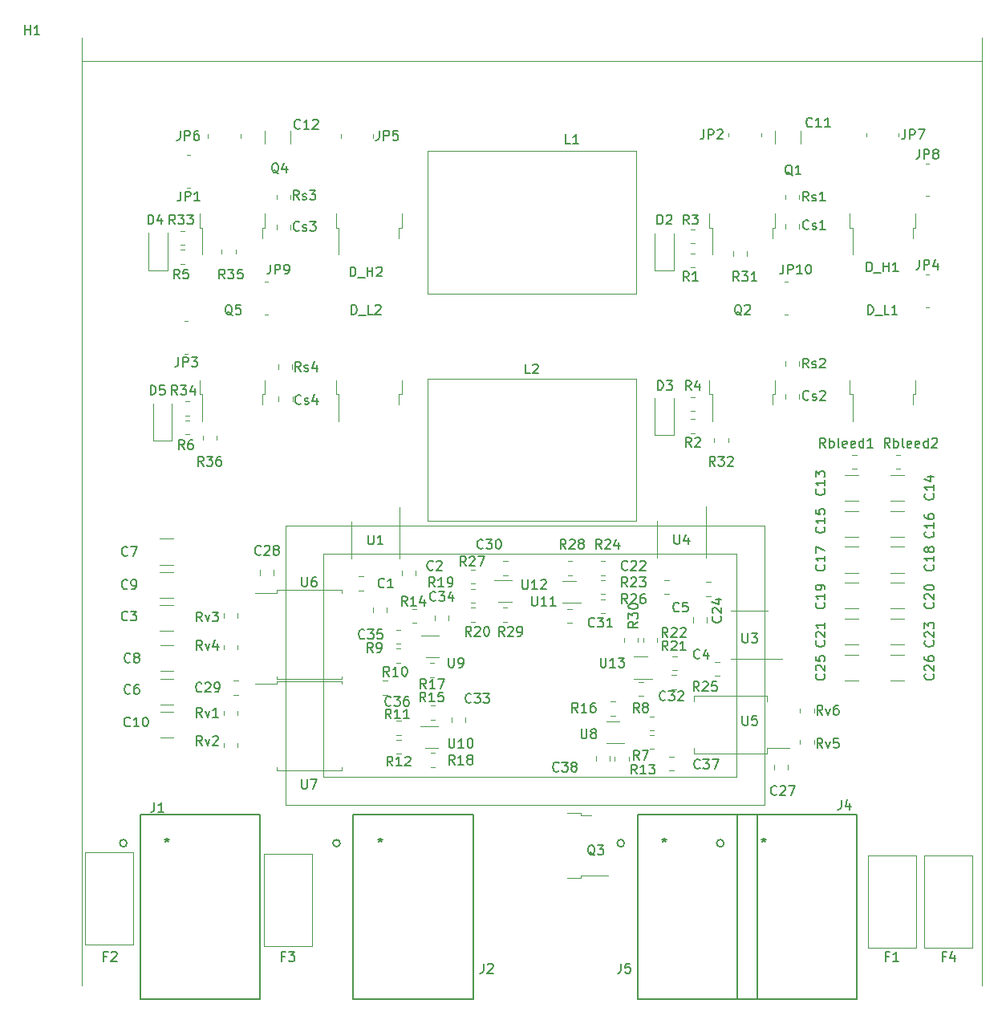
<source format=gto>
G04 #@! TF.GenerationSoftware,KiCad,Pcbnew,5.1.7-a382d34a8~88~ubuntu20.04.1*
G04 #@! TF.CreationDate,2021-05-21T20:55:17+02:00*
G04 #@! TF.ProjectId,Power,506f7765-722e-46b6-9963-61645f706362,rev?*
G04 #@! TF.SameCoordinates,Original*
G04 #@! TF.FileFunction,Legend,Top*
G04 #@! TF.FilePolarity,Positive*
%FSLAX46Y46*%
G04 Gerber Fmt 4.6, Leading zero omitted, Abs format (unit mm)*
G04 Created by KiCad (PCBNEW 5.1.7-a382d34a8~88~ubuntu20.04.1) date 2021-05-21 20:55:17*
%MOMM*%
%LPD*%
G01*
G04 APERTURE LIST*
%ADD10C,0.120000*%
%ADD11C,0.152400*%
%ADD12C,0.150000*%
G04 APERTURE END LIST*
D10*
X139500000Y-42000000D02*
X139500000Y-142000000D01*
X44500000Y-42000000D02*
X44500000Y-142000000D01*
X44500000Y-44500000D02*
X139500000Y-44500000D01*
X116600000Y-123000000D02*
X66000000Y-123000000D01*
X113600000Y-120000000D02*
X113600000Y-96500000D01*
X70000000Y-120000000D02*
X113600000Y-120000000D01*
X70000000Y-96500000D02*
X70000000Y-120000000D01*
X113600000Y-96500000D02*
X70000000Y-96500000D01*
X66000000Y-93500000D02*
X66000000Y-123000000D01*
X116600000Y-93500000D02*
X66000000Y-93500000D01*
X116600000Y-123000000D02*
X116600000Y-93500000D01*
G04 #@! TO.C,U7*
X68500000Y-119285000D02*
X71920000Y-119285000D01*
X71920000Y-119285000D02*
X71920000Y-118995000D01*
X68500000Y-119285000D02*
X65080000Y-119285000D01*
X65080000Y-119285000D02*
X65080000Y-118995000D01*
X68500000Y-109915000D02*
X71920000Y-109915000D01*
X71920000Y-109915000D02*
X71920000Y-110205000D01*
X68500000Y-109915000D02*
X65080000Y-109915000D01*
X65080000Y-109915000D02*
X65080000Y-110205000D01*
X65080000Y-110205000D02*
X62800000Y-110205000D01*
G04 #@! TO.C,U6*
X68505001Y-109685000D02*
X71925001Y-109685000D01*
X71925001Y-109685000D02*
X71925001Y-109395000D01*
X68505001Y-109685000D02*
X65085001Y-109685000D01*
X65085001Y-109685000D02*
X65085001Y-109395000D01*
X68505001Y-100315000D02*
X71925001Y-100315000D01*
X71925001Y-100315000D02*
X71925001Y-100605000D01*
X68505001Y-100315000D02*
X65085001Y-100315000D01*
X65085001Y-100315000D02*
X65085001Y-100605000D01*
X65085001Y-100605000D02*
X62805001Y-100605000D01*
G04 #@! TO.C,JP10*
X118667017Y-71210000D02*
X119032983Y-71210000D01*
X118667017Y-67790000D02*
X119032983Y-67790000D01*
G04 #@! TO.C,JP9*
X63817017Y-71210000D02*
X64182983Y-71210000D01*
X63817017Y-67790000D02*
X64182983Y-67790000D01*
G04 #@! TO.C,JP8*
X133567017Y-58710000D02*
X133932983Y-58710000D01*
X133567017Y-55290000D02*
X133932983Y-55290000D01*
G04 #@! TO.C,JP7*
X130710000Y-52432983D02*
X130710000Y-52067017D01*
X127290000Y-52432983D02*
X127290000Y-52067017D01*
G04 #@! TO.C,C38*
X98765000Y-117788748D02*
X98765000Y-118311252D01*
X100235000Y-117788748D02*
X100235000Y-118311252D01*
G04 #@! TO.C,C34*
X83235000Y-103511252D02*
X83235000Y-102988748D01*
X81765000Y-103511252D02*
X81765000Y-102988748D01*
G04 #@! TO.C,C33*
X84985000Y-114261252D02*
X84985000Y-113738748D01*
X83515000Y-114261252D02*
X83515000Y-113738748D01*
G04 #@! TO.C,F4*
X133460000Y-138055000D02*
X133460000Y-128325000D01*
X133460000Y-128325000D02*
X138540000Y-128325000D01*
X138540000Y-128325000D02*
X138540000Y-138055000D01*
X133460000Y-138055000D02*
X138540000Y-138055000D01*
G04 #@! TO.C,F3*
X68840000Y-128135000D02*
X68840000Y-137865000D01*
X68840000Y-137865000D02*
X63760000Y-137865000D01*
X63760000Y-137865000D02*
X63760000Y-128135000D01*
X68840000Y-128135000D02*
X63760000Y-128135000D01*
G04 #@! TO.C,F2*
X49940000Y-127945000D02*
X49940000Y-137675000D01*
X49940000Y-137675000D02*
X44860000Y-137675000D01*
X44860000Y-137675000D02*
X44860000Y-127945000D01*
X49940000Y-127945000D02*
X44860000Y-127945000D01*
G04 #@! TO.C,F1*
X127460000Y-138055000D02*
X127460000Y-128325000D01*
X127460000Y-128325000D02*
X132540000Y-128325000D01*
X132540000Y-128325000D02*
X132540000Y-138055000D01*
X127460000Y-138055000D02*
X132540000Y-138055000D01*
G04 #@! TO.C,C32*
X103238748Y-111485000D02*
X103761252Y-111485000D01*
X103238748Y-110015000D02*
X103761252Y-110015000D01*
G04 #@! TO.C,C31*
X95738748Y-103735000D02*
X96261252Y-103735000D01*
X95738748Y-102265000D02*
X96261252Y-102265000D01*
G04 #@! TO.C,C30*
X89461252Y-97265000D02*
X88938748Y-97265000D01*
X89461252Y-98735000D02*
X88938748Y-98735000D01*
G04 #@! TO.C,Q3*
X97220000Y-124070000D02*
X98320000Y-124070000D01*
X97220000Y-123800000D02*
X97220000Y-124070000D01*
X95720000Y-123800000D02*
X97220000Y-123800000D01*
X97220000Y-130430000D02*
X100050000Y-130430000D01*
X97220000Y-130700000D02*
X97220000Y-130430000D01*
X95720000Y-130700000D02*
X97220000Y-130700000D01*
G04 #@! TO.C,U13*
X104200000Y-107340000D02*
X102800000Y-107340000D01*
X102800000Y-109660000D02*
X104700000Y-109660000D01*
G04 #@! TO.C,U3*
X115000000Y-107560000D02*
X118450000Y-107560000D01*
X115000000Y-107560000D02*
X113050000Y-107560000D01*
X115000000Y-102440000D02*
X116950000Y-102440000D01*
X115000000Y-102440000D02*
X113050000Y-102440000D01*
G04 #@! TO.C,R30*
X103235000Y-105814564D02*
X103235000Y-105360436D01*
X101765000Y-105814564D02*
X101765000Y-105360436D01*
G04 #@! TO.C,R25*
X106772936Y-110735000D02*
X107227064Y-110735000D01*
X106772936Y-109265000D02*
X107227064Y-109265000D01*
G04 #@! TO.C,R22*
X103765000Y-105360436D02*
X103765000Y-105814564D01*
X105235000Y-105360436D02*
X105235000Y-105814564D01*
G04 #@! TO.C,R21*
X107314564Y-107265000D02*
X106860436Y-107265000D01*
X107314564Y-108735000D02*
X106860436Y-108735000D01*
G04 #@! TO.C,C5*
X109015000Y-103188748D02*
X109015000Y-103711252D01*
X110485000Y-103188748D02*
X110485000Y-103711252D01*
G04 #@! TO.C,C4*
X111288748Y-109335000D02*
X111811252Y-109335000D01*
X111288748Y-107865000D02*
X111811252Y-107865000D01*
G04 #@! TO.C,R27*
X86014564Y-98165000D02*
X85560436Y-98165000D01*
X86014564Y-99635000D02*
X85560436Y-99635000D01*
G04 #@! TO.C,R29*
X88972936Y-103635000D02*
X89427064Y-103635000D01*
X88972936Y-102165000D02*
X89427064Y-102165000D01*
G04 #@! TO.C,U1*
X78060000Y-95025000D02*
X78060000Y-91575000D01*
X78060000Y-95025000D02*
X78060000Y-96975000D01*
X72940000Y-95025000D02*
X72940000Y-93075000D01*
X72940000Y-95025000D02*
X72940000Y-96975000D01*
G04 #@! TO.C,U12*
X88500000Y-101560000D02*
X89900000Y-101560000D01*
X89900000Y-99240000D02*
X88000000Y-99240000D01*
G04 #@! TO.C,U11*
X96650000Y-99340000D02*
X95250000Y-99340000D01*
X95250000Y-101660000D02*
X97150000Y-101660000D01*
G04 #@! TO.C,R28*
X96264564Y-97265000D02*
X95810436Y-97265000D01*
X96264564Y-98735000D02*
X95810436Y-98735000D01*
G04 #@! TO.C,R26*
X99310436Y-102735000D02*
X99764564Y-102735000D01*
X99310436Y-101265000D02*
X99764564Y-101265000D01*
G04 #@! TO.C,R24*
X99764564Y-97265000D02*
X99310436Y-97265000D01*
X99764564Y-98735000D02*
X99310436Y-98735000D01*
G04 #@! TO.C,R23*
X99764564Y-99265000D02*
X99310436Y-99265000D01*
X99764564Y-100735000D02*
X99310436Y-100735000D01*
G04 #@! TO.C,R20*
X85560436Y-103635000D02*
X86014564Y-103635000D01*
X85560436Y-102165000D02*
X86014564Y-102165000D01*
G04 #@! TO.C,R19*
X85560436Y-101635000D02*
X86014564Y-101635000D01*
X85560436Y-100165000D02*
X86014564Y-100165000D01*
G04 #@! TO.C,U5*
X116860000Y-116965000D02*
X119225000Y-116965000D01*
X116860000Y-117535000D02*
X116860000Y-116965000D01*
X113000000Y-117535000D02*
X116860000Y-117535000D01*
X109140000Y-117535000D02*
X109140000Y-116965000D01*
X113000000Y-117535000D02*
X109140000Y-117535000D01*
X116860000Y-111465000D02*
X116860000Y-112035000D01*
X113000000Y-111465000D02*
X116860000Y-111465000D01*
X109140000Y-111465000D02*
X109140000Y-112035000D01*
X113000000Y-111465000D02*
X109140000Y-111465000D01*
G04 #@! TO.C,U10*
X80750000Y-116990000D02*
X82150000Y-116990000D01*
X82150000Y-114670000D02*
X80250000Y-114670000D01*
G04 #@! TO.C,U9*
X80800000Y-107390000D02*
X82200000Y-107390000D01*
X82200000Y-105070000D02*
X80300000Y-105070000D01*
G04 #@! TO.C,U8*
X101275000Y-114140000D02*
X99875000Y-114140000D01*
X99875000Y-116460000D02*
X101775000Y-116460000D01*
G04 #@! TO.C,R18*
X81335436Y-118965000D02*
X81789564Y-118965000D01*
X81335436Y-117495000D02*
X81789564Y-117495000D01*
G04 #@! TO.C,R17*
X81272936Y-109465000D02*
X81727064Y-109465000D01*
X81272936Y-107995000D02*
X81727064Y-107995000D01*
G04 #@! TO.C,R16*
X100802064Y-112065000D02*
X100347936Y-112065000D01*
X100802064Y-113535000D02*
X100347936Y-113535000D01*
G04 #@! TO.C,R15*
X81764564Y-112490000D02*
X81310436Y-112490000D01*
X81764564Y-113960000D02*
X81310436Y-113960000D01*
G04 #@! TO.C,R14*
X79360436Y-103735000D02*
X79814564Y-103735000D01*
X79360436Y-102265000D02*
X79814564Y-102265000D01*
G04 #@! TO.C,R13*
X102235000Y-118314564D02*
X102235000Y-117860436D01*
X100765000Y-118314564D02*
X100765000Y-117860436D01*
G04 #@! TO.C,R12*
X77722936Y-117565000D02*
X78177064Y-117565000D01*
X77722936Y-116095000D02*
X78177064Y-116095000D01*
G04 #@! TO.C,R11*
X77735436Y-115565000D02*
X78189564Y-115565000D01*
X77735436Y-114095000D02*
X78189564Y-114095000D01*
G04 #@! TO.C,R10*
X77685436Y-107965000D02*
X78139564Y-107965000D01*
X77685436Y-106495000D02*
X78139564Y-106495000D01*
G04 #@! TO.C,R9*
X77685436Y-105965000D02*
X78139564Y-105965000D01*
X77685436Y-104495000D02*
X78139564Y-104495000D01*
G04 #@! TO.C,R8*
X104889564Y-113659999D02*
X104435436Y-113659999D01*
X104889564Y-115129999D02*
X104435436Y-115129999D01*
G04 #@! TO.C,R7*
X104889564Y-115565000D02*
X104435436Y-115565000D01*
X104889564Y-117035000D02*
X104435436Y-117035000D01*
G04 #@! TO.C,C37*
X107011252Y-117865000D02*
X106488748Y-117865000D01*
X107011252Y-119335000D02*
X106488748Y-119335000D01*
G04 #@! TO.C,C36*
X76238748Y-111335000D02*
X76761252Y-111335000D01*
X76238748Y-109865000D02*
X76761252Y-109865000D01*
G04 #@! TO.C,C35*
X75265000Y-102138748D02*
X75265000Y-102661252D01*
X76735000Y-102138748D02*
X76735000Y-102661252D01*
G04 #@! TO.C,C29*
X61061252Y-109865000D02*
X60538748Y-109865000D01*
X61061252Y-111335000D02*
X60538748Y-111335000D01*
G04 #@! TO.C,C28*
X64785000Y-98711252D02*
X64785000Y-98188748D01*
X63315000Y-98711252D02*
X63315000Y-98188748D01*
G04 #@! TO.C,C27*
X117565000Y-118688748D02*
X117565000Y-119211252D01*
X119035000Y-118688748D02*
X119035000Y-119211252D01*
G04 #@! TO.C,JP6*
X61250000Y-52567983D02*
X61250000Y-52202017D01*
X57830000Y-52567983D02*
X57830000Y-52202017D01*
G04 #@! TO.C,JP5*
X75250000Y-52567983D02*
X75250000Y-52202017D01*
X71830000Y-52567983D02*
X71830000Y-52202017D01*
G04 #@! TO.C,JP4*
X133567017Y-70460000D02*
X133932983Y-70460000D01*
X133567017Y-67040000D02*
X133932983Y-67040000D01*
G04 #@! TO.C,JP3*
X55722983Y-71925000D02*
X55357017Y-71925000D01*
X55722983Y-75345000D02*
X55357017Y-75345000D01*
G04 #@! TO.C,JP2*
X116210000Y-52432983D02*
X116210000Y-52067017D01*
X112790000Y-52432983D02*
X112790000Y-52067017D01*
G04 #@! TO.C,JP1*
X55972983Y-54425000D02*
X55607017Y-54425000D01*
X55972983Y-57845000D02*
X55607017Y-57845000D01*
G04 #@! TO.C,R31*
X114735000Y-65027064D02*
X114735000Y-64572936D01*
X113265000Y-65027064D02*
X113265000Y-64572936D01*
G04 #@! TO.C,C1*
X73738748Y-100335000D02*
X74261252Y-100335000D01*
X73738748Y-98865000D02*
X74261252Y-98865000D01*
G04 #@! TO.C,C2*
X79735000Y-98761252D02*
X79735000Y-98238748D01*
X78265000Y-98761252D02*
X78265000Y-98238748D01*
G04 #@! TO.C,C11*
X120360000Y-53236252D02*
X120360000Y-51813748D01*
X117640000Y-53236252D02*
X117640000Y-51813748D01*
G04 #@! TO.C,C12*
X66510000Y-53236252D02*
X66510000Y-51813748D01*
X63790000Y-53236252D02*
X63790000Y-51813748D01*
G04 #@! TO.C,C13*
X125048748Y-90860000D02*
X126471252Y-90860000D01*
X125048748Y-88140000D02*
X126471252Y-88140000D01*
G04 #@! TO.C,C22*
X105988748Y-100735000D02*
X106511252Y-100735000D01*
X105988748Y-99265000D02*
X106511252Y-99265000D01*
G04 #@! TO.C,C24*
X110911252Y-99465000D02*
X110388748Y-99465000D01*
X110911252Y-100935000D02*
X110388748Y-100935000D01*
G04 #@! TO.C,Cs1*
X118765000Y-61688748D02*
X118765000Y-62211252D01*
X120235000Y-61688748D02*
X120235000Y-62211252D01*
G04 #@! TO.C,Cs3*
X65080000Y-61773748D02*
X65080000Y-62296252D01*
X66550000Y-61773748D02*
X66550000Y-62296252D01*
G04 #@! TO.C,Cs2*
X118765000Y-79588748D02*
X118765000Y-80111252D01*
X120235000Y-79588748D02*
X120235000Y-80111252D01*
G04 #@! TO.C,Cs4*
X65280000Y-79873748D02*
X65280000Y-80396252D01*
X66750000Y-79873748D02*
X66750000Y-80396252D01*
G04 #@! TO.C,D2*
X105000000Y-66600000D02*
X105000000Y-62700000D01*
X107000000Y-66600000D02*
X107000000Y-62700000D01*
X105000000Y-66600000D02*
X107000000Y-66600000D01*
G04 #@! TO.C,D3*
X105000000Y-83900000D02*
X105000000Y-80000000D01*
X107000000Y-83900000D02*
X107000000Y-80000000D01*
X105000000Y-83900000D02*
X107000000Y-83900000D01*
G04 #@! TO.C,D4*
X51540000Y-66535000D02*
X51540000Y-62635000D01*
X53540000Y-66535000D02*
X53540000Y-62635000D01*
X51540000Y-66535000D02*
X53540000Y-66535000D01*
G04 #@! TO.C,D5*
X52040000Y-84535000D02*
X52040000Y-80635000D01*
X54040000Y-84535000D02*
X54040000Y-80635000D01*
X52040000Y-84535000D02*
X54040000Y-84535000D01*
G04 #@! TO.C,D_H1*
X132205000Y-62085000D02*
X132205000Y-63185000D01*
X132475000Y-62085000D02*
X132205000Y-62085000D01*
X132475000Y-60585000D02*
X132475000Y-62085000D01*
X125845000Y-62085000D02*
X125845000Y-64915000D01*
X125575000Y-62085000D02*
X125845000Y-62085000D01*
X125575000Y-60585000D02*
X125575000Y-62085000D01*
G04 #@! TO.C,D_H2*
X78005000Y-62085000D02*
X78005000Y-63185000D01*
X78275000Y-62085000D02*
X78005000Y-62085000D01*
X78275000Y-60585000D02*
X78275000Y-62085000D01*
X71645000Y-62085000D02*
X71645000Y-64915000D01*
X71375000Y-62085000D02*
X71645000Y-62085000D01*
X71375000Y-60585000D02*
X71375000Y-62085000D01*
G04 #@! TO.C,D_L1*
X132205000Y-79645000D02*
X132205000Y-80745000D01*
X132475000Y-79645000D02*
X132205000Y-79645000D01*
X132475000Y-78145000D02*
X132475000Y-79645000D01*
X125845000Y-79645000D02*
X125845000Y-82475000D01*
X125575000Y-79645000D02*
X125845000Y-79645000D01*
X125575000Y-78145000D02*
X125575000Y-79645000D01*
G04 #@! TO.C,D_L2*
X78005000Y-79645000D02*
X78005000Y-80745000D01*
X78275000Y-79645000D02*
X78005000Y-79645000D01*
X78275000Y-78145000D02*
X78275000Y-79645000D01*
X71645000Y-79645000D02*
X71645000Y-82475000D01*
X71375000Y-79645000D02*
X71645000Y-79645000D01*
X71375000Y-78145000D02*
X71375000Y-79645000D01*
G04 #@! TO.C,L1*
X81000000Y-69000000D02*
X81000000Y-54000000D01*
X103000000Y-69000000D02*
X81000000Y-69000000D01*
X103000000Y-54000000D02*
X103000000Y-69000000D01*
X81000000Y-54000000D02*
X103000000Y-54000000D01*
G04 #@! TO.C,L2*
X103000000Y-78000000D02*
X103000000Y-93000000D01*
X81000000Y-78000000D02*
X103000000Y-78000000D01*
X81000000Y-93000000D02*
X81000000Y-78000000D01*
X103000000Y-93000000D02*
X81000000Y-93000000D01*
G04 #@! TO.C,Q1*
X117395000Y-62085000D02*
X117395000Y-63185000D01*
X117665000Y-62085000D02*
X117395000Y-62085000D01*
X117665000Y-60585000D02*
X117665000Y-62085000D01*
X111035000Y-62085000D02*
X111035000Y-64915000D01*
X110765000Y-62085000D02*
X111035000Y-62085000D01*
X110765000Y-60585000D02*
X110765000Y-62085000D01*
G04 #@! TO.C,Q2*
X117395000Y-79645000D02*
X117395000Y-80745000D01*
X117665000Y-79645000D02*
X117395000Y-79645000D01*
X117665000Y-78145000D02*
X117665000Y-79645000D01*
X111035000Y-79645000D02*
X111035000Y-82475000D01*
X110765000Y-79645000D02*
X111035000Y-79645000D01*
X110765000Y-78145000D02*
X110765000Y-79645000D01*
G04 #@! TO.C,Q4*
X63585000Y-62085000D02*
X63585000Y-63185000D01*
X63855000Y-62085000D02*
X63585000Y-62085000D01*
X63855000Y-60585000D02*
X63855000Y-62085000D01*
X57225000Y-62085000D02*
X57225000Y-64915000D01*
X56955000Y-62085000D02*
X57225000Y-62085000D01*
X56955000Y-60585000D02*
X56955000Y-62085000D01*
G04 #@! TO.C,Q5*
X63585000Y-79645000D02*
X63585000Y-80745000D01*
X63855000Y-79645000D02*
X63585000Y-79645000D01*
X63855000Y-78145000D02*
X63855000Y-79645000D01*
X57225000Y-79645000D02*
X57225000Y-82475000D01*
X56955000Y-79645000D02*
X57225000Y-79645000D01*
X56955000Y-78145000D02*
X56955000Y-79645000D01*
G04 #@! TO.C,Rs1*
X118740000Y-58585436D02*
X118740000Y-59039564D01*
X120210000Y-58585436D02*
X120210000Y-59039564D01*
G04 #@! TO.C,Rs3*
X65055000Y-58585436D02*
X65055000Y-59039564D01*
X66525000Y-58585436D02*
X66525000Y-59039564D01*
G04 #@! TO.C,Rs2*
X118740000Y-76172936D02*
X118740000Y-76627064D01*
X120210000Y-76172936D02*
X120210000Y-76627064D01*
G04 #@! TO.C,Rs4*
X65255000Y-76495436D02*
X65255000Y-76949564D01*
X66725000Y-76495436D02*
X66725000Y-76949564D01*
G04 #@! TO.C,R1*
X108772936Y-66235000D02*
X109227064Y-66235000D01*
X108772936Y-64765000D02*
X109227064Y-64765000D01*
G04 #@! TO.C,R5*
X54900436Y-65870000D02*
X55354564Y-65870000D01*
X54900436Y-64400000D02*
X55354564Y-64400000D01*
G04 #@! TO.C,R3*
X108772936Y-63735000D02*
X109227064Y-63735000D01*
X108772936Y-62265000D02*
X109227064Y-62265000D01*
G04 #@! TO.C,R4*
X108772936Y-81410000D02*
X109227064Y-81410000D01*
X108772936Y-79940000D02*
X109227064Y-79940000D01*
G04 #@! TO.C,R33*
X54900436Y-63870000D02*
X55354564Y-63870000D01*
X54900436Y-62400000D02*
X55354564Y-62400000D01*
G04 #@! TO.C,R34*
X55400436Y-81870000D02*
X55854564Y-81870000D01*
X55400436Y-80400000D02*
X55854564Y-80400000D01*
G04 #@! TO.C,R2*
X108772936Y-83735000D02*
X109227064Y-83735000D01*
X108772936Y-82265000D02*
X109227064Y-82265000D01*
G04 #@! TO.C,R6*
X55400436Y-83870000D02*
X55854564Y-83870000D01*
X55400436Y-82400000D02*
X55854564Y-82400000D01*
G04 #@! TO.C,R35*
X60735000Y-64827064D02*
X60735000Y-64372936D01*
X59265000Y-64827064D02*
X59265000Y-64372936D01*
G04 #@! TO.C,R32*
X112735000Y-84727064D02*
X112735000Y-84272936D01*
X111265000Y-84727064D02*
X111265000Y-84272936D01*
G04 #@! TO.C,R36*
X58775000Y-84449564D02*
X58775000Y-83995436D01*
X57305000Y-84449564D02*
X57305000Y-83995436D01*
G04 #@! TO.C,U4*
X110355000Y-94935000D02*
X110355000Y-91485000D01*
X110355000Y-94935000D02*
X110355000Y-96885000D01*
X105235000Y-94935000D02*
X105235000Y-92985000D01*
X105235000Y-94935000D02*
X105235000Y-96885000D01*
G04 #@! TO.C,Rv1*
X59515000Y-113043436D02*
X59515000Y-113497564D01*
X60985000Y-113043436D02*
X60985000Y-113497564D01*
G04 #@! TO.C,Rv2*
X59515000Y-116418436D02*
X59515000Y-116872564D01*
X60985000Y-116418436D02*
X60985000Y-116872564D01*
G04 #@! TO.C,Rv3*
X59515000Y-102760436D02*
X59515000Y-103214564D01*
X60985000Y-102760436D02*
X60985000Y-103214564D01*
G04 #@! TO.C,Rv4*
X59515000Y-106110436D02*
X59515000Y-106564564D01*
X60985000Y-106110436D02*
X60985000Y-106564564D01*
G04 #@! TO.C,Rv5*
X121785000Y-116571564D02*
X121785000Y-116117436D01*
X120315000Y-116571564D02*
X120315000Y-116117436D01*
G04 #@! TO.C,Rv6*
X121785000Y-113246564D02*
X121785000Y-112792436D01*
X120315000Y-113246564D02*
X120315000Y-112792436D01*
D11*
G04 #@! TO.C,J1*
X50672998Y-143429400D02*
X63326998Y-143429400D01*
X63326998Y-143429400D02*
X63326998Y-123973000D01*
X63326998Y-123973000D02*
X50672998Y-123973000D01*
X50672998Y-123973000D02*
X50672998Y-143429400D01*
X49275997Y-127000000D02*
G75*
G03*
X49275997Y-127000000I-381000J0D01*
G01*
G04 #@! TO.C,J2*
X73172998Y-143429400D02*
X85826998Y-143429400D01*
X85826998Y-143429400D02*
X85826998Y-123973000D01*
X85826998Y-123973000D02*
X73172998Y-123973000D01*
X73172998Y-123973000D02*
X73172998Y-143429400D01*
X71775997Y-127000000D02*
G75*
G03*
X71775997Y-127000000I-381000J0D01*
G01*
G04 #@! TO.C,J4*
X113672998Y-143429400D02*
X126326998Y-143429400D01*
X126326998Y-143429400D02*
X126326998Y-123973000D01*
X126326998Y-123973000D02*
X113672998Y-123973000D01*
X113672998Y-123973000D02*
X113672998Y-143429400D01*
X112275997Y-127000000D02*
G75*
G03*
X112275997Y-127000000I-381000J0D01*
G01*
G04 #@! TO.C,J5*
X103172998Y-143429400D02*
X115826998Y-143429400D01*
X115826998Y-143429400D02*
X115826998Y-123973000D01*
X115826998Y-123973000D02*
X103172998Y-123973000D01*
X103172998Y-123973000D02*
X103172998Y-143429400D01*
X101775997Y-127000000D02*
G75*
G03*
X101775997Y-127000000I-381000J0D01*
G01*
D10*
G04 #@! TO.C,Rbleed1*
X125835436Y-87485000D02*
X126289564Y-87485000D01*
X125835436Y-86015000D02*
X126289564Y-86015000D01*
G04 #@! TO.C,Rbleed2*
X130460436Y-87485000D02*
X130914564Y-87485000D01*
X130460436Y-86015000D02*
X130914564Y-86015000D01*
G04 #@! TO.C,C3*
X54186251Y-101890000D02*
X52763747Y-101890000D01*
X54186251Y-104610000D02*
X52763747Y-104610000D01*
G04 #@! TO.C,C6*
X54206251Y-109640000D02*
X52783747Y-109640000D01*
X54206251Y-112360000D02*
X52783747Y-112360000D01*
G04 #@! TO.C,C7*
X54186251Y-94890000D02*
X52763747Y-94890000D01*
X54186251Y-97610000D02*
X52763747Y-97610000D01*
G04 #@! TO.C,C8*
X54206251Y-106114999D02*
X52783747Y-106114999D01*
X54206251Y-108834999D02*
X52783747Y-108834999D01*
G04 #@! TO.C,C9*
X54186251Y-98390000D02*
X52763747Y-98390000D01*
X54186251Y-101110000D02*
X52763747Y-101110000D01*
G04 #@! TO.C,C10*
X54206251Y-113140000D02*
X52783747Y-113140000D01*
X54206251Y-115860000D02*
X52783747Y-115860000D01*
G04 #@! TO.C,C14*
X129888748Y-90860000D02*
X131311252Y-90860000D01*
X129888748Y-88140000D02*
X131311252Y-88140000D01*
G04 #@! TO.C,C15*
X125048748Y-94660000D02*
X126471252Y-94660000D01*
X125048748Y-91940000D02*
X126471252Y-91940000D01*
G04 #@! TO.C,C16*
X129888748Y-94660000D02*
X131311252Y-94660000D01*
X129888748Y-91940000D02*
X131311252Y-91940000D01*
G04 #@! TO.C,C17*
X125048748Y-98460000D02*
X126471252Y-98460000D01*
X125048748Y-95740000D02*
X126471252Y-95740000D01*
G04 #@! TO.C,C18*
X129888748Y-98460000D02*
X131311252Y-98460000D01*
X129888748Y-95740000D02*
X131311252Y-95740000D01*
G04 #@! TO.C,C19*
X125048748Y-102260000D02*
X126471252Y-102260000D01*
X125048748Y-99540000D02*
X126471252Y-99540000D01*
G04 #@! TO.C,C20*
X129888748Y-102260000D02*
X131311252Y-102260000D01*
X129888748Y-99540000D02*
X131311252Y-99540000D01*
G04 #@! TO.C,C21*
X125048748Y-106060000D02*
X126471252Y-106060000D01*
X125048748Y-103340000D02*
X126471252Y-103340000D01*
G04 #@! TO.C,C23*
X129888748Y-106060000D02*
X131311252Y-106060000D01*
X129888748Y-103340000D02*
X131311252Y-103340000D01*
G04 #@! TO.C,C25*
X125048748Y-109860000D02*
X126471252Y-109860000D01*
X125048748Y-107140000D02*
X126471252Y-107140000D01*
G04 #@! TO.C,C26*
X129888748Y-109860000D02*
X131311252Y-109860000D01*
X129888748Y-107140000D02*
X131311252Y-107140000D01*
G04 #@! TO.C,U7*
D12*
X67738095Y-120252380D02*
X67738095Y-121061904D01*
X67785714Y-121157142D01*
X67833333Y-121204761D01*
X67928571Y-121252380D01*
X68119047Y-121252380D01*
X68214285Y-121204761D01*
X68261904Y-121157142D01*
X68309523Y-121061904D01*
X68309523Y-120252380D01*
X68690476Y-120252380D02*
X69357142Y-120252380D01*
X68928571Y-121252380D01*
G04 #@! TO.C,U6*
X67743096Y-98932380D02*
X67743096Y-99741904D01*
X67790715Y-99837142D01*
X67838334Y-99884761D01*
X67933572Y-99932380D01*
X68124048Y-99932380D01*
X68219286Y-99884761D01*
X68266905Y-99837142D01*
X68314524Y-99741904D01*
X68314524Y-98932380D01*
X69219286Y-98932380D02*
X69028810Y-98932380D01*
X68933572Y-98980000D01*
X68885953Y-99027619D01*
X68790715Y-99170476D01*
X68743096Y-99360952D01*
X68743096Y-99741904D01*
X68790715Y-99837142D01*
X68838334Y-99884761D01*
X68933572Y-99932380D01*
X69124048Y-99932380D01*
X69219286Y-99884761D01*
X69266905Y-99837142D01*
X69314524Y-99741904D01*
X69314524Y-99503809D01*
X69266905Y-99408571D01*
X69219286Y-99360952D01*
X69124048Y-99313333D01*
X68933572Y-99313333D01*
X68838334Y-99360952D01*
X68790715Y-99408571D01*
X68743096Y-99503809D01*
G04 #@! TO.C,JP10*
X118540476Y-65952380D02*
X118540476Y-66666666D01*
X118492857Y-66809523D01*
X118397619Y-66904761D01*
X118254761Y-66952380D01*
X118159523Y-66952380D01*
X119016666Y-66952380D02*
X119016666Y-65952380D01*
X119397619Y-65952380D01*
X119492857Y-66000000D01*
X119540476Y-66047619D01*
X119588095Y-66142857D01*
X119588095Y-66285714D01*
X119540476Y-66380952D01*
X119492857Y-66428571D01*
X119397619Y-66476190D01*
X119016666Y-66476190D01*
X120540476Y-66952380D02*
X119969047Y-66952380D01*
X120254761Y-66952380D02*
X120254761Y-65952380D01*
X120159523Y-66095238D01*
X120064285Y-66190476D01*
X119969047Y-66238095D01*
X121159523Y-65952380D02*
X121254761Y-65952380D01*
X121350000Y-66000000D01*
X121397619Y-66047619D01*
X121445238Y-66142857D01*
X121492857Y-66333333D01*
X121492857Y-66571428D01*
X121445238Y-66761904D01*
X121397619Y-66857142D01*
X121350000Y-66904761D01*
X121254761Y-66952380D01*
X121159523Y-66952380D01*
X121064285Y-66904761D01*
X121016666Y-66857142D01*
X120969047Y-66761904D01*
X120921428Y-66571428D01*
X120921428Y-66333333D01*
X120969047Y-66142857D01*
X121016666Y-66047619D01*
X121064285Y-66000000D01*
X121159523Y-65952380D01*
G04 #@! TO.C,JP9*
X64416666Y-65952380D02*
X64416666Y-66666666D01*
X64369047Y-66809523D01*
X64273809Y-66904761D01*
X64130952Y-66952380D01*
X64035714Y-66952380D01*
X64892857Y-66952380D02*
X64892857Y-65952380D01*
X65273809Y-65952380D01*
X65369047Y-66000000D01*
X65416666Y-66047619D01*
X65464285Y-66142857D01*
X65464285Y-66285714D01*
X65416666Y-66380952D01*
X65369047Y-66428571D01*
X65273809Y-66476190D01*
X64892857Y-66476190D01*
X65940476Y-66952380D02*
X66130952Y-66952380D01*
X66226190Y-66904761D01*
X66273809Y-66857142D01*
X66369047Y-66714285D01*
X66416666Y-66523809D01*
X66416666Y-66142857D01*
X66369047Y-66047619D01*
X66321428Y-66000000D01*
X66226190Y-65952380D01*
X66035714Y-65952380D01*
X65940476Y-66000000D01*
X65892857Y-66047619D01*
X65845238Y-66142857D01*
X65845238Y-66380952D01*
X65892857Y-66476190D01*
X65940476Y-66523809D01*
X66035714Y-66571428D01*
X66226190Y-66571428D01*
X66321428Y-66523809D01*
X66369047Y-66476190D01*
X66416666Y-66380952D01*
G04 #@! TO.C,JP8*
X132916666Y-53802380D02*
X132916666Y-54516666D01*
X132869047Y-54659523D01*
X132773809Y-54754761D01*
X132630952Y-54802380D01*
X132535714Y-54802380D01*
X133392857Y-54802380D02*
X133392857Y-53802380D01*
X133773809Y-53802380D01*
X133869047Y-53850000D01*
X133916666Y-53897619D01*
X133964285Y-53992857D01*
X133964285Y-54135714D01*
X133916666Y-54230952D01*
X133869047Y-54278571D01*
X133773809Y-54326190D01*
X133392857Y-54326190D01*
X134535714Y-54230952D02*
X134440476Y-54183333D01*
X134392857Y-54135714D01*
X134345238Y-54040476D01*
X134345238Y-53992857D01*
X134392857Y-53897619D01*
X134440476Y-53850000D01*
X134535714Y-53802380D01*
X134726190Y-53802380D01*
X134821428Y-53850000D01*
X134869047Y-53897619D01*
X134916666Y-53992857D01*
X134916666Y-54040476D01*
X134869047Y-54135714D01*
X134821428Y-54183333D01*
X134726190Y-54230952D01*
X134535714Y-54230952D01*
X134440476Y-54278571D01*
X134392857Y-54326190D01*
X134345238Y-54421428D01*
X134345238Y-54611904D01*
X134392857Y-54707142D01*
X134440476Y-54754761D01*
X134535714Y-54802380D01*
X134726190Y-54802380D01*
X134821428Y-54754761D01*
X134869047Y-54707142D01*
X134916666Y-54611904D01*
X134916666Y-54421428D01*
X134869047Y-54326190D01*
X134821428Y-54278571D01*
X134726190Y-54230952D01*
G04 #@! TO.C,JP7*
X131416666Y-51702380D02*
X131416666Y-52416666D01*
X131369047Y-52559523D01*
X131273809Y-52654761D01*
X131130952Y-52702380D01*
X131035714Y-52702380D01*
X131892857Y-52702380D02*
X131892857Y-51702380D01*
X132273809Y-51702380D01*
X132369047Y-51750000D01*
X132416666Y-51797619D01*
X132464285Y-51892857D01*
X132464285Y-52035714D01*
X132416666Y-52130952D01*
X132369047Y-52178571D01*
X132273809Y-52226190D01*
X131892857Y-52226190D01*
X132797619Y-51702380D02*
X133464285Y-51702380D01*
X133035714Y-52702380D01*
G04 #@! TO.C,C38*
X94857142Y-119357142D02*
X94809523Y-119404761D01*
X94666666Y-119452380D01*
X94571428Y-119452380D01*
X94428571Y-119404761D01*
X94333333Y-119309523D01*
X94285714Y-119214285D01*
X94238095Y-119023809D01*
X94238095Y-118880952D01*
X94285714Y-118690476D01*
X94333333Y-118595238D01*
X94428571Y-118500000D01*
X94571428Y-118452380D01*
X94666666Y-118452380D01*
X94809523Y-118500000D01*
X94857142Y-118547619D01*
X95190476Y-118452380D02*
X95809523Y-118452380D01*
X95476190Y-118833333D01*
X95619047Y-118833333D01*
X95714285Y-118880952D01*
X95761904Y-118928571D01*
X95809523Y-119023809D01*
X95809523Y-119261904D01*
X95761904Y-119357142D01*
X95714285Y-119404761D01*
X95619047Y-119452380D01*
X95333333Y-119452380D01*
X95238095Y-119404761D01*
X95190476Y-119357142D01*
X96380952Y-118880952D02*
X96285714Y-118833333D01*
X96238095Y-118785714D01*
X96190476Y-118690476D01*
X96190476Y-118642857D01*
X96238095Y-118547619D01*
X96285714Y-118500000D01*
X96380952Y-118452380D01*
X96571428Y-118452380D01*
X96666666Y-118500000D01*
X96714285Y-118547619D01*
X96761904Y-118642857D01*
X96761904Y-118690476D01*
X96714285Y-118785714D01*
X96666666Y-118833333D01*
X96571428Y-118880952D01*
X96380952Y-118880952D01*
X96285714Y-118928571D01*
X96238095Y-118976190D01*
X96190476Y-119071428D01*
X96190476Y-119261904D01*
X96238095Y-119357142D01*
X96285714Y-119404761D01*
X96380952Y-119452380D01*
X96571428Y-119452380D01*
X96666666Y-119404761D01*
X96714285Y-119357142D01*
X96761904Y-119261904D01*
X96761904Y-119071428D01*
X96714285Y-118976190D01*
X96666666Y-118928571D01*
X96571428Y-118880952D01*
G04 #@! TO.C,C34*
X81857142Y-101357142D02*
X81809523Y-101404761D01*
X81666666Y-101452380D01*
X81571428Y-101452380D01*
X81428571Y-101404761D01*
X81333333Y-101309523D01*
X81285714Y-101214285D01*
X81238095Y-101023809D01*
X81238095Y-100880952D01*
X81285714Y-100690476D01*
X81333333Y-100595238D01*
X81428571Y-100500000D01*
X81571428Y-100452380D01*
X81666666Y-100452380D01*
X81809523Y-100500000D01*
X81857142Y-100547619D01*
X82190476Y-100452380D02*
X82809523Y-100452380D01*
X82476190Y-100833333D01*
X82619047Y-100833333D01*
X82714285Y-100880952D01*
X82761904Y-100928571D01*
X82809523Y-101023809D01*
X82809523Y-101261904D01*
X82761904Y-101357142D01*
X82714285Y-101404761D01*
X82619047Y-101452380D01*
X82333333Y-101452380D01*
X82238095Y-101404761D01*
X82190476Y-101357142D01*
X83666666Y-100785714D02*
X83666666Y-101452380D01*
X83428571Y-100404761D02*
X83190476Y-101119047D01*
X83809523Y-101119047D01*
G04 #@! TO.C,C33*
X85607142Y-112107142D02*
X85559523Y-112154761D01*
X85416666Y-112202380D01*
X85321428Y-112202380D01*
X85178571Y-112154761D01*
X85083333Y-112059523D01*
X85035714Y-111964285D01*
X84988095Y-111773809D01*
X84988095Y-111630952D01*
X85035714Y-111440476D01*
X85083333Y-111345238D01*
X85178571Y-111250000D01*
X85321428Y-111202380D01*
X85416666Y-111202380D01*
X85559523Y-111250000D01*
X85607142Y-111297619D01*
X85940476Y-111202380D02*
X86559523Y-111202380D01*
X86226190Y-111583333D01*
X86369047Y-111583333D01*
X86464285Y-111630952D01*
X86511904Y-111678571D01*
X86559523Y-111773809D01*
X86559523Y-112011904D01*
X86511904Y-112107142D01*
X86464285Y-112154761D01*
X86369047Y-112202380D01*
X86083333Y-112202380D01*
X85988095Y-112154761D01*
X85940476Y-112107142D01*
X86892857Y-111202380D02*
X87511904Y-111202380D01*
X87178571Y-111583333D01*
X87321428Y-111583333D01*
X87416666Y-111630952D01*
X87464285Y-111678571D01*
X87511904Y-111773809D01*
X87511904Y-112011904D01*
X87464285Y-112107142D01*
X87416666Y-112154761D01*
X87321428Y-112202380D01*
X87035714Y-112202380D01*
X86940476Y-112154761D01*
X86892857Y-112107142D01*
G04 #@! TO.C,F4*
X135666666Y-138928571D02*
X135333333Y-138928571D01*
X135333333Y-139452380D02*
X135333333Y-138452380D01*
X135809523Y-138452380D01*
X136619047Y-138785714D02*
X136619047Y-139452380D01*
X136380952Y-138404761D02*
X136142857Y-139119047D01*
X136761904Y-139119047D01*
G04 #@! TO.C,F3*
X65916666Y-138928571D02*
X65583333Y-138928571D01*
X65583333Y-139452380D02*
X65583333Y-138452380D01*
X66059523Y-138452380D01*
X66345238Y-138452380D02*
X66964285Y-138452380D01*
X66630952Y-138833333D01*
X66773809Y-138833333D01*
X66869047Y-138880952D01*
X66916666Y-138928571D01*
X66964285Y-139023809D01*
X66964285Y-139261904D01*
X66916666Y-139357142D01*
X66869047Y-139404761D01*
X66773809Y-139452380D01*
X66488095Y-139452380D01*
X66392857Y-139404761D01*
X66345238Y-139357142D01*
G04 #@! TO.C,F2*
X47166666Y-138928571D02*
X46833333Y-138928571D01*
X46833333Y-139452380D02*
X46833333Y-138452380D01*
X47309523Y-138452380D01*
X47642857Y-138547619D02*
X47690476Y-138500000D01*
X47785714Y-138452380D01*
X48023809Y-138452380D01*
X48119047Y-138500000D01*
X48166666Y-138547619D01*
X48214285Y-138642857D01*
X48214285Y-138738095D01*
X48166666Y-138880952D01*
X47595238Y-139452380D01*
X48214285Y-139452380D01*
G04 #@! TO.C,F1*
X129666666Y-138928571D02*
X129333333Y-138928571D01*
X129333333Y-139452380D02*
X129333333Y-138452380D01*
X129809523Y-138452380D01*
X130714285Y-139452380D02*
X130142857Y-139452380D01*
X130428571Y-139452380D02*
X130428571Y-138452380D01*
X130333333Y-138595238D01*
X130238095Y-138690476D01*
X130142857Y-138738095D01*
G04 #@! TO.C,H1*
X38488095Y-41702380D02*
X38488095Y-40702380D01*
X38488095Y-41178571D02*
X39059523Y-41178571D01*
X39059523Y-41702380D02*
X39059523Y-40702380D01*
X40059523Y-41702380D02*
X39488095Y-41702380D01*
X39773809Y-41702380D02*
X39773809Y-40702380D01*
X39678571Y-40845238D01*
X39583333Y-40940476D01*
X39488095Y-40988095D01*
G04 #@! TO.C,C32*
X106107142Y-111857142D02*
X106059523Y-111904761D01*
X105916666Y-111952380D01*
X105821428Y-111952380D01*
X105678571Y-111904761D01*
X105583333Y-111809523D01*
X105535714Y-111714285D01*
X105488095Y-111523809D01*
X105488095Y-111380952D01*
X105535714Y-111190476D01*
X105583333Y-111095238D01*
X105678571Y-111000000D01*
X105821428Y-110952380D01*
X105916666Y-110952380D01*
X106059523Y-111000000D01*
X106107142Y-111047619D01*
X106440476Y-110952380D02*
X107059523Y-110952380D01*
X106726190Y-111333333D01*
X106869047Y-111333333D01*
X106964285Y-111380952D01*
X107011904Y-111428571D01*
X107059523Y-111523809D01*
X107059523Y-111761904D01*
X107011904Y-111857142D01*
X106964285Y-111904761D01*
X106869047Y-111952380D01*
X106583333Y-111952380D01*
X106488095Y-111904761D01*
X106440476Y-111857142D01*
X107440476Y-111047619D02*
X107488095Y-111000000D01*
X107583333Y-110952380D01*
X107821428Y-110952380D01*
X107916666Y-111000000D01*
X107964285Y-111047619D01*
X108011904Y-111142857D01*
X108011904Y-111238095D01*
X107964285Y-111380952D01*
X107392857Y-111952380D01*
X108011904Y-111952380D01*
G04 #@! TO.C,C31*
X98607142Y-104107142D02*
X98559523Y-104154761D01*
X98416666Y-104202380D01*
X98321428Y-104202380D01*
X98178571Y-104154761D01*
X98083333Y-104059523D01*
X98035714Y-103964285D01*
X97988095Y-103773809D01*
X97988095Y-103630952D01*
X98035714Y-103440476D01*
X98083333Y-103345238D01*
X98178571Y-103250000D01*
X98321428Y-103202380D01*
X98416666Y-103202380D01*
X98559523Y-103250000D01*
X98607142Y-103297619D01*
X98940476Y-103202380D02*
X99559523Y-103202380D01*
X99226190Y-103583333D01*
X99369047Y-103583333D01*
X99464285Y-103630952D01*
X99511904Y-103678571D01*
X99559523Y-103773809D01*
X99559523Y-104011904D01*
X99511904Y-104107142D01*
X99464285Y-104154761D01*
X99369047Y-104202380D01*
X99083333Y-104202380D01*
X98988095Y-104154761D01*
X98940476Y-104107142D01*
X100511904Y-104202380D02*
X99940476Y-104202380D01*
X100226190Y-104202380D02*
X100226190Y-103202380D01*
X100130952Y-103345238D01*
X100035714Y-103440476D01*
X99940476Y-103488095D01*
G04 #@! TO.C,C30*
X86857142Y-95857142D02*
X86809523Y-95904761D01*
X86666666Y-95952380D01*
X86571428Y-95952380D01*
X86428571Y-95904761D01*
X86333333Y-95809523D01*
X86285714Y-95714285D01*
X86238095Y-95523809D01*
X86238095Y-95380952D01*
X86285714Y-95190476D01*
X86333333Y-95095238D01*
X86428571Y-95000000D01*
X86571428Y-94952380D01*
X86666666Y-94952380D01*
X86809523Y-95000000D01*
X86857142Y-95047619D01*
X87190476Y-94952380D02*
X87809523Y-94952380D01*
X87476190Y-95333333D01*
X87619047Y-95333333D01*
X87714285Y-95380952D01*
X87761904Y-95428571D01*
X87809523Y-95523809D01*
X87809523Y-95761904D01*
X87761904Y-95857142D01*
X87714285Y-95904761D01*
X87619047Y-95952380D01*
X87333333Y-95952380D01*
X87238095Y-95904761D01*
X87190476Y-95857142D01*
X88428571Y-94952380D02*
X88523809Y-94952380D01*
X88619047Y-95000000D01*
X88666666Y-95047619D01*
X88714285Y-95142857D01*
X88761904Y-95333333D01*
X88761904Y-95571428D01*
X88714285Y-95761904D01*
X88666666Y-95857142D01*
X88619047Y-95904761D01*
X88523809Y-95952380D01*
X88428571Y-95952380D01*
X88333333Y-95904761D01*
X88285714Y-95857142D01*
X88238095Y-95761904D01*
X88190476Y-95571428D01*
X88190476Y-95333333D01*
X88238095Y-95142857D01*
X88285714Y-95047619D01*
X88333333Y-95000000D01*
X88428571Y-94952380D01*
G04 #@! TO.C,Q3*
X98654761Y-128297619D02*
X98559523Y-128250000D01*
X98464285Y-128154761D01*
X98321428Y-128011904D01*
X98226190Y-127964285D01*
X98130952Y-127964285D01*
X98178571Y-128202380D02*
X98083333Y-128154761D01*
X97988095Y-128059523D01*
X97940476Y-127869047D01*
X97940476Y-127535714D01*
X97988095Y-127345238D01*
X98083333Y-127250000D01*
X98178571Y-127202380D01*
X98369047Y-127202380D01*
X98464285Y-127250000D01*
X98559523Y-127345238D01*
X98607142Y-127535714D01*
X98607142Y-127869047D01*
X98559523Y-128059523D01*
X98464285Y-128154761D01*
X98369047Y-128202380D01*
X98178571Y-128202380D01*
X98940476Y-127202380D02*
X99559523Y-127202380D01*
X99226190Y-127583333D01*
X99369047Y-127583333D01*
X99464285Y-127630952D01*
X99511904Y-127678571D01*
X99559523Y-127773809D01*
X99559523Y-128011904D01*
X99511904Y-128107142D01*
X99464285Y-128154761D01*
X99369047Y-128202380D01*
X99083333Y-128202380D01*
X98988095Y-128154761D01*
X98940476Y-128107142D01*
G04 #@! TO.C,U13*
X99261904Y-107452380D02*
X99261904Y-108261904D01*
X99309523Y-108357142D01*
X99357142Y-108404761D01*
X99452380Y-108452380D01*
X99642857Y-108452380D01*
X99738095Y-108404761D01*
X99785714Y-108357142D01*
X99833333Y-108261904D01*
X99833333Y-107452380D01*
X100833333Y-108452380D02*
X100261904Y-108452380D01*
X100547619Y-108452380D02*
X100547619Y-107452380D01*
X100452380Y-107595238D01*
X100357142Y-107690476D01*
X100261904Y-107738095D01*
X101166666Y-107452380D02*
X101785714Y-107452380D01*
X101452380Y-107833333D01*
X101595238Y-107833333D01*
X101690476Y-107880952D01*
X101738095Y-107928571D01*
X101785714Y-108023809D01*
X101785714Y-108261904D01*
X101738095Y-108357142D01*
X101690476Y-108404761D01*
X101595238Y-108452380D01*
X101309523Y-108452380D01*
X101214285Y-108404761D01*
X101166666Y-108357142D01*
G04 #@! TO.C,U3*
X114238095Y-104852380D02*
X114238095Y-105661904D01*
X114285714Y-105757142D01*
X114333333Y-105804761D01*
X114428571Y-105852380D01*
X114619047Y-105852380D01*
X114714285Y-105804761D01*
X114761904Y-105757142D01*
X114809523Y-105661904D01*
X114809523Y-104852380D01*
X115190476Y-104852380D02*
X115809523Y-104852380D01*
X115476190Y-105233333D01*
X115619047Y-105233333D01*
X115714285Y-105280952D01*
X115761904Y-105328571D01*
X115809523Y-105423809D01*
X115809523Y-105661904D01*
X115761904Y-105757142D01*
X115714285Y-105804761D01*
X115619047Y-105852380D01*
X115333333Y-105852380D01*
X115238095Y-105804761D01*
X115190476Y-105757142D01*
G04 #@! TO.C,R30*
X103202380Y-103642857D02*
X102726190Y-103976190D01*
X103202380Y-104214285D02*
X102202380Y-104214285D01*
X102202380Y-103833333D01*
X102250000Y-103738095D01*
X102297619Y-103690476D01*
X102392857Y-103642857D01*
X102535714Y-103642857D01*
X102630952Y-103690476D01*
X102678571Y-103738095D01*
X102726190Y-103833333D01*
X102726190Y-104214285D01*
X102202380Y-103309523D02*
X102202380Y-102690476D01*
X102583333Y-103023809D01*
X102583333Y-102880952D01*
X102630952Y-102785714D01*
X102678571Y-102738095D01*
X102773809Y-102690476D01*
X103011904Y-102690476D01*
X103107142Y-102738095D01*
X103154761Y-102785714D01*
X103202380Y-102880952D01*
X103202380Y-103166666D01*
X103154761Y-103261904D01*
X103107142Y-103309523D01*
X102202380Y-102071428D02*
X102202380Y-101976190D01*
X102250000Y-101880952D01*
X102297619Y-101833333D01*
X102392857Y-101785714D01*
X102583333Y-101738095D01*
X102821428Y-101738095D01*
X103011904Y-101785714D01*
X103107142Y-101833333D01*
X103154761Y-101880952D01*
X103202380Y-101976190D01*
X103202380Y-102071428D01*
X103154761Y-102166666D01*
X103107142Y-102214285D01*
X103011904Y-102261904D01*
X102821428Y-102309523D01*
X102583333Y-102309523D01*
X102392857Y-102261904D01*
X102297619Y-102214285D01*
X102250000Y-102166666D01*
X102202380Y-102071428D01*
G04 #@! TO.C,R25*
X109657142Y-110952380D02*
X109323809Y-110476190D01*
X109085714Y-110952380D02*
X109085714Y-109952380D01*
X109466666Y-109952380D01*
X109561904Y-110000000D01*
X109609523Y-110047619D01*
X109657142Y-110142857D01*
X109657142Y-110285714D01*
X109609523Y-110380952D01*
X109561904Y-110428571D01*
X109466666Y-110476190D01*
X109085714Y-110476190D01*
X110038095Y-110047619D02*
X110085714Y-110000000D01*
X110180952Y-109952380D01*
X110419047Y-109952380D01*
X110514285Y-110000000D01*
X110561904Y-110047619D01*
X110609523Y-110142857D01*
X110609523Y-110238095D01*
X110561904Y-110380952D01*
X109990476Y-110952380D01*
X110609523Y-110952380D01*
X111514285Y-109952380D02*
X111038095Y-109952380D01*
X110990476Y-110428571D01*
X111038095Y-110380952D01*
X111133333Y-110333333D01*
X111371428Y-110333333D01*
X111466666Y-110380952D01*
X111514285Y-110428571D01*
X111561904Y-110523809D01*
X111561904Y-110761904D01*
X111514285Y-110857142D01*
X111466666Y-110904761D01*
X111371428Y-110952380D01*
X111133333Y-110952380D01*
X111038095Y-110904761D01*
X110990476Y-110857142D01*
G04 #@! TO.C,R22*
X106357142Y-105252380D02*
X106023809Y-104776190D01*
X105785714Y-105252380D02*
X105785714Y-104252380D01*
X106166666Y-104252380D01*
X106261904Y-104300000D01*
X106309523Y-104347619D01*
X106357142Y-104442857D01*
X106357142Y-104585714D01*
X106309523Y-104680952D01*
X106261904Y-104728571D01*
X106166666Y-104776190D01*
X105785714Y-104776190D01*
X106738095Y-104347619D02*
X106785714Y-104300000D01*
X106880952Y-104252380D01*
X107119047Y-104252380D01*
X107214285Y-104300000D01*
X107261904Y-104347619D01*
X107309523Y-104442857D01*
X107309523Y-104538095D01*
X107261904Y-104680952D01*
X106690476Y-105252380D01*
X107309523Y-105252380D01*
X107690476Y-104347619D02*
X107738095Y-104300000D01*
X107833333Y-104252380D01*
X108071428Y-104252380D01*
X108166666Y-104300000D01*
X108214285Y-104347619D01*
X108261904Y-104442857D01*
X108261904Y-104538095D01*
X108214285Y-104680952D01*
X107642857Y-105252380D01*
X108261904Y-105252380D01*
G04 #@! TO.C,R21*
X106357142Y-106652380D02*
X106023809Y-106176190D01*
X105785714Y-106652380D02*
X105785714Y-105652380D01*
X106166666Y-105652380D01*
X106261904Y-105700000D01*
X106309523Y-105747619D01*
X106357142Y-105842857D01*
X106357142Y-105985714D01*
X106309523Y-106080952D01*
X106261904Y-106128571D01*
X106166666Y-106176190D01*
X105785714Y-106176190D01*
X106738095Y-105747619D02*
X106785714Y-105700000D01*
X106880952Y-105652380D01*
X107119047Y-105652380D01*
X107214285Y-105700000D01*
X107261904Y-105747619D01*
X107309523Y-105842857D01*
X107309523Y-105938095D01*
X107261904Y-106080952D01*
X106690476Y-106652380D01*
X107309523Y-106652380D01*
X108261904Y-106652380D02*
X107690476Y-106652380D01*
X107976190Y-106652380D02*
X107976190Y-105652380D01*
X107880952Y-105795238D01*
X107785714Y-105890476D01*
X107690476Y-105938095D01*
G04 #@! TO.C,C5*
X107533333Y-102492142D02*
X107485714Y-102539761D01*
X107342857Y-102587380D01*
X107247619Y-102587380D01*
X107104761Y-102539761D01*
X107009523Y-102444523D01*
X106961904Y-102349285D01*
X106914285Y-102158809D01*
X106914285Y-102015952D01*
X106961904Y-101825476D01*
X107009523Y-101730238D01*
X107104761Y-101635000D01*
X107247619Y-101587380D01*
X107342857Y-101587380D01*
X107485714Y-101635000D01*
X107533333Y-101682619D01*
X108438095Y-101587380D02*
X107961904Y-101587380D01*
X107914285Y-102063571D01*
X107961904Y-102015952D01*
X108057142Y-101968333D01*
X108295238Y-101968333D01*
X108390476Y-102015952D01*
X108438095Y-102063571D01*
X108485714Y-102158809D01*
X108485714Y-102396904D01*
X108438095Y-102492142D01*
X108390476Y-102539761D01*
X108295238Y-102587380D01*
X108057142Y-102587380D01*
X107961904Y-102539761D01*
X107914285Y-102492142D01*
G04 #@! TO.C,C4*
X109733333Y-107457142D02*
X109685714Y-107504761D01*
X109542857Y-107552380D01*
X109447619Y-107552380D01*
X109304761Y-107504761D01*
X109209523Y-107409523D01*
X109161904Y-107314285D01*
X109114285Y-107123809D01*
X109114285Y-106980952D01*
X109161904Y-106790476D01*
X109209523Y-106695238D01*
X109304761Y-106600000D01*
X109447619Y-106552380D01*
X109542857Y-106552380D01*
X109685714Y-106600000D01*
X109733333Y-106647619D01*
X110590476Y-106885714D02*
X110590476Y-107552380D01*
X110352380Y-106504761D02*
X110114285Y-107219047D01*
X110733333Y-107219047D01*
G04 #@! TO.C,R27*
X85057142Y-97752380D02*
X84723809Y-97276190D01*
X84485714Y-97752380D02*
X84485714Y-96752380D01*
X84866666Y-96752380D01*
X84961904Y-96800000D01*
X85009523Y-96847619D01*
X85057142Y-96942857D01*
X85057142Y-97085714D01*
X85009523Y-97180952D01*
X84961904Y-97228571D01*
X84866666Y-97276190D01*
X84485714Y-97276190D01*
X85438095Y-96847619D02*
X85485714Y-96800000D01*
X85580952Y-96752380D01*
X85819047Y-96752380D01*
X85914285Y-96800000D01*
X85961904Y-96847619D01*
X86009523Y-96942857D01*
X86009523Y-97038095D01*
X85961904Y-97180952D01*
X85390476Y-97752380D01*
X86009523Y-97752380D01*
X86342857Y-96752380D02*
X87009523Y-96752380D01*
X86580952Y-97752380D01*
G04 #@! TO.C,R29*
X89107142Y-105152380D02*
X88773809Y-104676190D01*
X88535714Y-105152380D02*
X88535714Y-104152380D01*
X88916666Y-104152380D01*
X89011904Y-104200000D01*
X89059523Y-104247619D01*
X89107142Y-104342857D01*
X89107142Y-104485714D01*
X89059523Y-104580952D01*
X89011904Y-104628571D01*
X88916666Y-104676190D01*
X88535714Y-104676190D01*
X89488095Y-104247619D02*
X89535714Y-104200000D01*
X89630952Y-104152380D01*
X89869047Y-104152380D01*
X89964285Y-104200000D01*
X90011904Y-104247619D01*
X90059523Y-104342857D01*
X90059523Y-104438095D01*
X90011904Y-104580952D01*
X89440476Y-105152380D01*
X90059523Y-105152380D01*
X90535714Y-105152380D02*
X90726190Y-105152380D01*
X90821428Y-105104761D01*
X90869047Y-105057142D01*
X90964285Y-104914285D01*
X91011904Y-104723809D01*
X91011904Y-104342857D01*
X90964285Y-104247619D01*
X90916666Y-104200000D01*
X90821428Y-104152380D01*
X90630952Y-104152380D01*
X90535714Y-104200000D01*
X90488095Y-104247619D01*
X90440476Y-104342857D01*
X90440476Y-104580952D01*
X90488095Y-104676190D01*
X90535714Y-104723809D01*
X90630952Y-104771428D01*
X90821428Y-104771428D01*
X90916666Y-104723809D01*
X90964285Y-104676190D01*
X91011904Y-104580952D01*
G04 #@! TO.C,U1*
X74738095Y-94477380D02*
X74738095Y-95286904D01*
X74785714Y-95382142D01*
X74833333Y-95429761D01*
X74928571Y-95477380D01*
X75119047Y-95477380D01*
X75214285Y-95429761D01*
X75261904Y-95382142D01*
X75309523Y-95286904D01*
X75309523Y-94477380D01*
X76309523Y-95477380D02*
X75738095Y-95477380D01*
X76023809Y-95477380D02*
X76023809Y-94477380D01*
X75928571Y-94620238D01*
X75833333Y-94715476D01*
X75738095Y-94763095D01*
G04 #@! TO.C,U12*
X91011904Y-99202380D02*
X91011904Y-100011904D01*
X91059523Y-100107142D01*
X91107142Y-100154761D01*
X91202380Y-100202380D01*
X91392857Y-100202380D01*
X91488095Y-100154761D01*
X91535714Y-100107142D01*
X91583333Y-100011904D01*
X91583333Y-99202380D01*
X92583333Y-100202380D02*
X92011904Y-100202380D01*
X92297619Y-100202380D02*
X92297619Y-99202380D01*
X92202380Y-99345238D01*
X92107142Y-99440476D01*
X92011904Y-99488095D01*
X92964285Y-99297619D02*
X93011904Y-99250000D01*
X93107142Y-99202380D01*
X93345238Y-99202380D01*
X93440476Y-99250000D01*
X93488095Y-99297619D01*
X93535714Y-99392857D01*
X93535714Y-99488095D01*
X93488095Y-99630952D01*
X92916666Y-100202380D01*
X93535714Y-100202380D01*
G04 #@! TO.C,U11*
X92011904Y-100952380D02*
X92011904Y-101761904D01*
X92059523Y-101857142D01*
X92107142Y-101904761D01*
X92202380Y-101952380D01*
X92392857Y-101952380D01*
X92488095Y-101904761D01*
X92535714Y-101857142D01*
X92583333Y-101761904D01*
X92583333Y-100952380D01*
X93583333Y-101952380D02*
X93011904Y-101952380D01*
X93297619Y-101952380D02*
X93297619Y-100952380D01*
X93202380Y-101095238D01*
X93107142Y-101190476D01*
X93011904Y-101238095D01*
X94535714Y-101952380D02*
X93964285Y-101952380D01*
X94250000Y-101952380D02*
X94250000Y-100952380D01*
X94154761Y-101095238D01*
X94059523Y-101190476D01*
X93964285Y-101238095D01*
G04 #@! TO.C,R28*
X95607142Y-95952380D02*
X95273809Y-95476190D01*
X95035714Y-95952380D02*
X95035714Y-94952380D01*
X95416666Y-94952380D01*
X95511904Y-95000000D01*
X95559523Y-95047619D01*
X95607142Y-95142857D01*
X95607142Y-95285714D01*
X95559523Y-95380952D01*
X95511904Y-95428571D01*
X95416666Y-95476190D01*
X95035714Y-95476190D01*
X95988095Y-95047619D02*
X96035714Y-95000000D01*
X96130952Y-94952380D01*
X96369047Y-94952380D01*
X96464285Y-95000000D01*
X96511904Y-95047619D01*
X96559523Y-95142857D01*
X96559523Y-95238095D01*
X96511904Y-95380952D01*
X95940476Y-95952380D01*
X96559523Y-95952380D01*
X97130952Y-95380952D02*
X97035714Y-95333333D01*
X96988095Y-95285714D01*
X96940476Y-95190476D01*
X96940476Y-95142857D01*
X96988095Y-95047619D01*
X97035714Y-95000000D01*
X97130952Y-94952380D01*
X97321428Y-94952380D01*
X97416666Y-95000000D01*
X97464285Y-95047619D01*
X97511904Y-95142857D01*
X97511904Y-95190476D01*
X97464285Y-95285714D01*
X97416666Y-95333333D01*
X97321428Y-95380952D01*
X97130952Y-95380952D01*
X97035714Y-95428571D01*
X96988095Y-95476190D01*
X96940476Y-95571428D01*
X96940476Y-95761904D01*
X96988095Y-95857142D01*
X97035714Y-95904761D01*
X97130952Y-95952380D01*
X97321428Y-95952380D01*
X97416666Y-95904761D01*
X97464285Y-95857142D01*
X97511904Y-95761904D01*
X97511904Y-95571428D01*
X97464285Y-95476190D01*
X97416666Y-95428571D01*
X97321428Y-95380952D01*
G04 #@! TO.C,R26*
X102107142Y-101702380D02*
X101773809Y-101226190D01*
X101535714Y-101702380D02*
X101535714Y-100702380D01*
X101916666Y-100702380D01*
X102011904Y-100750000D01*
X102059523Y-100797619D01*
X102107142Y-100892857D01*
X102107142Y-101035714D01*
X102059523Y-101130952D01*
X102011904Y-101178571D01*
X101916666Y-101226190D01*
X101535714Y-101226190D01*
X102488095Y-100797619D02*
X102535714Y-100750000D01*
X102630952Y-100702380D01*
X102869047Y-100702380D01*
X102964285Y-100750000D01*
X103011904Y-100797619D01*
X103059523Y-100892857D01*
X103059523Y-100988095D01*
X103011904Y-101130952D01*
X102440476Y-101702380D01*
X103059523Y-101702380D01*
X103916666Y-100702380D02*
X103726190Y-100702380D01*
X103630952Y-100750000D01*
X103583333Y-100797619D01*
X103488095Y-100940476D01*
X103440476Y-101130952D01*
X103440476Y-101511904D01*
X103488095Y-101607142D01*
X103535714Y-101654761D01*
X103630952Y-101702380D01*
X103821428Y-101702380D01*
X103916666Y-101654761D01*
X103964285Y-101607142D01*
X104011904Y-101511904D01*
X104011904Y-101273809D01*
X103964285Y-101178571D01*
X103916666Y-101130952D01*
X103821428Y-101083333D01*
X103630952Y-101083333D01*
X103535714Y-101130952D01*
X103488095Y-101178571D01*
X103440476Y-101273809D01*
G04 #@! TO.C,R24*
X99357142Y-95952380D02*
X99023809Y-95476190D01*
X98785714Y-95952380D02*
X98785714Y-94952380D01*
X99166666Y-94952380D01*
X99261904Y-95000000D01*
X99309523Y-95047619D01*
X99357142Y-95142857D01*
X99357142Y-95285714D01*
X99309523Y-95380952D01*
X99261904Y-95428571D01*
X99166666Y-95476190D01*
X98785714Y-95476190D01*
X99738095Y-95047619D02*
X99785714Y-95000000D01*
X99880952Y-94952380D01*
X100119047Y-94952380D01*
X100214285Y-95000000D01*
X100261904Y-95047619D01*
X100309523Y-95142857D01*
X100309523Y-95238095D01*
X100261904Y-95380952D01*
X99690476Y-95952380D01*
X100309523Y-95952380D01*
X101166666Y-95285714D02*
X101166666Y-95952380D01*
X100928571Y-94904761D02*
X100690476Y-95619047D01*
X101309523Y-95619047D01*
G04 #@! TO.C,R23*
X102107142Y-99952380D02*
X101773809Y-99476190D01*
X101535714Y-99952380D02*
X101535714Y-98952380D01*
X101916666Y-98952380D01*
X102011904Y-99000000D01*
X102059523Y-99047619D01*
X102107142Y-99142857D01*
X102107142Y-99285714D01*
X102059523Y-99380952D01*
X102011904Y-99428571D01*
X101916666Y-99476190D01*
X101535714Y-99476190D01*
X102488095Y-99047619D02*
X102535714Y-99000000D01*
X102630952Y-98952380D01*
X102869047Y-98952380D01*
X102964285Y-99000000D01*
X103011904Y-99047619D01*
X103059523Y-99142857D01*
X103059523Y-99238095D01*
X103011904Y-99380952D01*
X102440476Y-99952380D01*
X103059523Y-99952380D01*
X103392857Y-98952380D02*
X104011904Y-98952380D01*
X103678571Y-99333333D01*
X103821428Y-99333333D01*
X103916666Y-99380952D01*
X103964285Y-99428571D01*
X104011904Y-99523809D01*
X104011904Y-99761904D01*
X103964285Y-99857142D01*
X103916666Y-99904761D01*
X103821428Y-99952380D01*
X103535714Y-99952380D01*
X103440476Y-99904761D01*
X103392857Y-99857142D01*
G04 #@! TO.C,R20*
X85607142Y-105152380D02*
X85273809Y-104676190D01*
X85035714Y-105152380D02*
X85035714Y-104152380D01*
X85416666Y-104152380D01*
X85511904Y-104200000D01*
X85559523Y-104247619D01*
X85607142Y-104342857D01*
X85607142Y-104485714D01*
X85559523Y-104580952D01*
X85511904Y-104628571D01*
X85416666Y-104676190D01*
X85035714Y-104676190D01*
X85988095Y-104247619D02*
X86035714Y-104200000D01*
X86130952Y-104152380D01*
X86369047Y-104152380D01*
X86464285Y-104200000D01*
X86511904Y-104247619D01*
X86559523Y-104342857D01*
X86559523Y-104438095D01*
X86511904Y-104580952D01*
X85940476Y-105152380D01*
X86559523Y-105152380D01*
X87178571Y-104152380D02*
X87273809Y-104152380D01*
X87369047Y-104200000D01*
X87416666Y-104247619D01*
X87464285Y-104342857D01*
X87511904Y-104533333D01*
X87511904Y-104771428D01*
X87464285Y-104961904D01*
X87416666Y-105057142D01*
X87369047Y-105104761D01*
X87273809Y-105152380D01*
X87178571Y-105152380D01*
X87083333Y-105104761D01*
X87035714Y-105057142D01*
X86988095Y-104961904D01*
X86940476Y-104771428D01*
X86940476Y-104533333D01*
X86988095Y-104342857D01*
X87035714Y-104247619D01*
X87083333Y-104200000D01*
X87178571Y-104152380D01*
G04 #@! TO.C,R19*
X81757142Y-99952380D02*
X81423809Y-99476190D01*
X81185714Y-99952380D02*
X81185714Y-98952380D01*
X81566666Y-98952380D01*
X81661904Y-99000000D01*
X81709523Y-99047619D01*
X81757142Y-99142857D01*
X81757142Y-99285714D01*
X81709523Y-99380952D01*
X81661904Y-99428571D01*
X81566666Y-99476190D01*
X81185714Y-99476190D01*
X82709523Y-99952380D02*
X82138095Y-99952380D01*
X82423809Y-99952380D02*
X82423809Y-98952380D01*
X82328571Y-99095238D01*
X82233333Y-99190476D01*
X82138095Y-99238095D01*
X83185714Y-99952380D02*
X83376190Y-99952380D01*
X83471428Y-99904761D01*
X83519047Y-99857142D01*
X83614285Y-99714285D01*
X83661904Y-99523809D01*
X83661904Y-99142857D01*
X83614285Y-99047619D01*
X83566666Y-99000000D01*
X83471428Y-98952380D01*
X83280952Y-98952380D01*
X83185714Y-99000000D01*
X83138095Y-99047619D01*
X83090476Y-99142857D01*
X83090476Y-99380952D01*
X83138095Y-99476190D01*
X83185714Y-99523809D01*
X83280952Y-99571428D01*
X83471428Y-99571428D01*
X83566666Y-99523809D01*
X83614285Y-99476190D01*
X83661904Y-99380952D01*
G04 #@! TO.C,U5*
X114238095Y-113552380D02*
X114238095Y-114361904D01*
X114285714Y-114457142D01*
X114333333Y-114504761D01*
X114428571Y-114552380D01*
X114619047Y-114552380D01*
X114714285Y-114504761D01*
X114761904Y-114457142D01*
X114809523Y-114361904D01*
X114809523Y-113552380D01*
X115761904Y-113552380D02*
X115285714Y-113552380D01*
X115238095Y-114028571D01*
X115285714Y-113980952D01*
X115380952Y-113933333D01*
X115619047Y-113933333D01*
X115714285Y-113980952D01*
X115761904Y-114028571D01*
X115809523Y-114123809D01*
X115809523Y-114361904D01*
X115761904Y-114457142D01*
X115714285Y-114504761D01*
X115619047Y-114552380D01*
X115380952Y-114552380D01*
X115285714Y-114504761D01*
X115238095Y-114457142D01*
G04 #@! TO.C,U10*
X83261904Y-115952380D02*
X83261904Y-116761904D01*
X83309523Y-116857142D01*
X83357142Y-116904761D01*
X83452380Y-116952380D01*
X83642857Y-116952380D01*
X83738095Y-116904761D01*
X83785714Y-116857142D01*
X83833333Y-116761904D01*
X83833333Y-115952380D01*
X84833333Y-116952380D02*
X84261904Y-116952380D01*
X84547619Y-116952380D02*
X84547619Y-115952380D01*
X84452380Y-116095238D01*
X84357142Y-116190476D01*
X84261904Y-116238095D01*
X85452380Y-115952380D02*
X85547619Y-115952380D01*
X85642857Y-116000000D01*
X85690476Y-116047619D01*
X85738095Y-116142857D01*
X85785714Y-116333333D01*
X85785714Y-116571428D01*
X85738095Y-116761904D01*
X85690476Y-116857142D01*
X85642857Y-116904761D01*
X85547619Y-116952380D01*
X85452380Y-116952380D01*
X85357142Y-116904761D01*
X85309523Y-116857142D01*
X85261904Y-116761904D01*
X85214285Y-116571428D01*
X85214285Y-116333333D01*
X85261904Y-116142857D01*
X85309523Y-116047619D01*
X85357142Y-116000000D01*
X85452380Y-115952380D01*
G04 #@! TO.C,U9*
X83238095Y-107452380D02*
X83238095Y-108261904D01*
X83285714Y-108357142D01*
X83333333Y-108404761D01*
X83428571Y-108452380D01*
X83619047Y-108452380D01*
X83714285Y-108404761D01*
X83761904Y-108357142D01*
X83809523Y-108261904D01*
X83809523Y-107452380D01*
X84333333Y-108452380D02*
X84523809Y-108452380D01*
X84619047Y-108404761D01*
X84666666Y-108357142D01*
X84761904Y-108214285D01*
X84809523Y-108023809D01*
X84809523Y-107642857D01*
X84761904Y-107547619D01*
X84714285Y-107500000D01*
X84619047Y-107452380D01*
X84428571Y-107452380D01*
X84333333Y-107500000D01*
X84285714Y-107547619D01*
X84238095Y-107642857D01*
X84238095Y-107880952D01*
X84285714Y-107976190D01*
X84333333Y-108023809D01*
X84428571Y-108071428D01*
X84619047Y-108071428D01*
X84714285Y-108023809D01*
X84761904Y-107976190D01*
X84809523Y-107880952D01*
G04 #@! TO.C,U8*
X97238095Y-114952380D02*
X97238095Y-115761904D01*
X97285714Y-115857142D01*
X97333333Y-115904761D01*
X97428571Y-115952380D01*
X97619047Y-115952380D01*
X97714285Y-115904761D01*
X97761904Y-115857142D01*
X97809523Y-115761904D01*
X97809523Y-114952380D01*
X98428571Y-115380952D02*
X98333333Y-115333333D01*
X98285714Y-115285714D01*
X98238095Y-115190476D01*
X98238095Y-115142857D01*
X98285714Y-115047619D01*
X98333333Y-115000000D01*
X98428571Y-114952380D01*
X98619047Y-114952380D01*
X98714285Y-115000000D01*
X98761904Y-115047619D01*
X98809523Y-115142857D01*
X98809523Y-115190476D01*
X98761904Y-115285714D01*
X98714285Y-115333333D01*
X98619047Y-115380952D01*
X98428571Y-115380952D01*
X98333333Y-115428571D01*
X98285714Y-115476190D01*
X98238095Y-115571428D01*
X98238095Y-115761904D01*
X98285714Y-115857142D01*
X98333333Y-115904761D01*
X98428571Y-115952380D01*
X98619047Y-115952380D01*
X98714285Y-115904761D01*
X98761904Y-115857142D01*
X98809523Y-115761904D01*
X98809523Y-115571428D01*
X98761904Y-115476190D01*
X98714285Y-115428571D01*
X98619047Y-115380952D01*
G04 #@! TO.C,R18*
X83857142Y-118702380D02*
X83523809Y-118226190D01*
X83285714Y-118702380D02*
X83285714Y-117702380D01*
X83666666Y-117702380D01*
X83761904Y-117750000D01*
X83809523Y-117797619D01*
X83857142Y-117892857D01*
X83857142Y-118035714D01*
X83809523Y-118130952D01*
X83761904Y-118178571D01*
X83666666Y-118226190D01*
X83285714Y-118226190D01*
X84809523Y-118702380D02*
X84238095Y-118702380D01*
X84523809Y-118702380D02*
X84523809Y-117702380D01*
X84428571Y-117845238D01*
X84333333Y-117940476D01*
X84238095Y-117988095D01*
X85380952Y-118130952D02*
X85285714Y-118083333D01*
X85238095Y-118035714D01*
X85190476Y-117940476D01*
X85190476Y-117892857D01*
X85238095Y-117797619D01*
X85285714Y-117750000D01*
X85380952Y-117702380D01*
X85571428Y-117702380D01*
X85666666Y-117750000D01*
X85714285Y-117797619D01*
X85761904Y-117892857D01*
X85761904Y-117940476D01*
X85714285Y-118035714D01*
X85666666Y-118083333D01*
X85571428Y-118130952D01*
X85380952Y-118130952D01*
X85285714Y-118178571D01*
X85238095Y-118226190D01*
X85190476Y-118321428D01*
X85190476Y-118511904D01*
X85238095Y-118607142D01*
X85285714Y-118654761D01*
X85380952Y-118702380D01*
X85571428Y-118702380D01*
X85666666Y-118654761D01*
X85714285Y-118607142D01*
X85761904Y-118511904D01*
X85761904Y-118321428D01*
X85714285Y-118226190D01*
X85666666Y-118178571D01*
X85571428Y-118130952D01*
G04 #@! TO.C,R17*
X80857142Y-110682380D02*
X80523809Y-110206190D01*
X80285714Y-110682380D02*
X80285714Y-109682380D01*
X80666666Y-109682380D01*
X80761904Y-109730000D01*
X80809523Y-109777619D01*
X80857142Y-109872857D01*
X80857142Y-110015714D01*
X80809523Y-110110952D01*
X80761904Y-110158571D01*
X80666666Y-110206190D01*
X80285714Y-110206190D01*
X81809523Y-110682380D02*
X81238095Y-110682380D01*
X81523809Y-110682380D02*
X81523809Y-109682380D01*
X81428571Y-109825238D01*
X81333333Y-109920476D01*
X81238095Y-109968095D01*
X82142857Y-109682380D02*
X82809523Y-109682380D01*
X82380952Y-110682380D01*
G04 #@! TO.C,R16*
X96857142Y-113202380D02*
X96523809Y-112726190D01*
X96285714Y-113202380D02*
X96285714Y-112202380D01*
X96666666Y-112202380D01*
X96761904Y-112250000D01*
X96809523Y-112297619D01*
X96857142Y-112392857D01*
X96857142Y-112535714D01*
X96809523Y-112630952D01*
X96761904Y-112678571D01*
X96666666Y-112726190D01*
X96285714Y-112726190D01*
X97809523Y-113202380D02*
X97238095Y-113202380D01*
X97523809Y-113202380D02*
X97523809Y-112202380D01*
X97428571Y-112345238D01*
X97333333Y-112440476D01*
X97238095Y-112488095D01*
X98666666Y-112202380D02*
X98476190Y-112202380D01*
X98380952Y-112250000D01*
X98333333Y-112297619D01*
X98238095Y-112440476D01*
X98190476Y-112630952D01*
X98190476Y-113011904D01*
X98238095Y-113107142D01*
X98285714Y-113154761D01*
X98380952Y-113202380D01*
X98571428Y-113202380D01*
X98666666Y-113154761D01*
X98714285Y-113107142D01*
X98761904Y-113011904D01*
X98761904Y-112773809D01*
X98714285Y-112678571D01*
X98666666Y-112630952D01*
X98571428Y-112583333D01*
X98380952Y-112583333D01*
X98285714Y-112630952D01*
X98238095Y-112678571D01*
X98190476Y-112773809D01*
G04 #@! TO.C,R15*
X80794642Y-112077380D02*
X80461309Y-111601190D01*
X80223214Y-112077380D02*
X80223214Y-111077380D01*
X80604166Y-111077380D01*
X80699404Y-111125000D01*
X80747023Y-111172619D01*
X80794642Y-111267857D01*
X80794642Y-111410714D01*
X80747023Y-111505952D01*
X80699404Y-111553571D01*
X80604166Y-111601190D01*
X80223214Y-111601190D01*
X81747023Y-112077380D02*
X81175595Y-112077380D01*
X81461309Y-112077380D02*
X81461309Y-111077380D01*
X81366071Y-111220238D01*
X81270833Y-111315476D01*
X81175595Y-111363095D01*
X82651785Y-111077380D02*
X82175595Y-111077380D01*
X82127976Y-111553571D01*
X82175595Y-111505952D01*
X82270833Y-111458333D01*
X82508928Y-111458333D01*
X82604166Y-111505952D01*
X82651785Y-111553571D01*
X82699404Y-111648809D01*
X82699404Y-111886904D01*
X82651785Y-111982142D01*
X82604166Y-112029761D01*
X82508928Y-112077380D01*
X82270833Y-112077380D01*
X82175595Y-112029761D01*
X82127976Y-111982142D01*
G04 #@! TO.C,R14*
X78857142Y-101952380D02*
X78523809Y-101476190D01*
X78285714Y-101952380D02*
X78285714Y-100952380D01*
X78666666Y-100952380D01*
X78761904Y-101000000D01*
X78809523Y-101047619D01*
X78857142Y-101142857D01*
X78857142Y-101285714D01*
X78809523Y-101380952D01*
X78761904Y-101428571D01*
X78666666Y-101476190D01*
X78285714Y-101476190D01*
X79809523Y-101952380D02*
X79238095Y-101952380D01*
X79523809Y-101952380D02*
X79523809Y-100952380D01*
X79428571Y-101095238D01*
X79333333Y-101190476D01*
X79238095Y-101238095D01*
X80666666Y-101285714D02*
X80666666Y-101952380D01*
X80428571Y-100904761D02*
X80190476Y-101619047D01*
X80809523Y-101619047D01*
G04 #@! TO.C,R13*
X103107142Y-119702380D02*
X102773809Y-119226190D01*
X102535714Y-119702380D02*
X102535714Y-118702380D01*
X102916666Y-118702380D01*
X103011904Y-118750000D01*
X103059523Y-118797619D01*
X103107142Y-118892857D01*
X103107142Y-119035714D01*
X103059523Y-119130952D01*
X103011904Y-119178571D01*
X102916666Y-119226190D01*
X102535714Y-119226190D01*
X104059523Y-119702380D02*
X103488095Y-119702380D01*
X103773809Y-119702380D02*
X103773809Y-118702380D01*
X103678571Y-118845238D01*
X103583333Y-118940476D01*
X103488095Y-118988095D01*
X104392857Y-118702380D02*
X105011904Y-118702380D01*
X104678571Y-119083333D01*
X104821428Y-119083333D01*
X104916666Y-119130952D01*
X104964285Y-119178571D01*
X105011904Y-119273809D01*
X105011904Y-119511904D01*
X104964285Y-119607142D01*
X104916666Y-119654761D01*
X104821428Y-119702380D01*
X104535714Y-119702380D01*
X104440476Y-119654761D01*
X104392857Y-119607142D01*
G04 #@! TO.C,R12*
X77307142Y-118852380D02*
X76973809Y-118376190D01*
X76735714Y-118852380D02*
X76735714Y-117852380D01*
X77116666Y-117852380D01*
X77211904Y-117900000D01*
X77259523Y-117947619D01*
X77307142Y-118042857D01*
X77307142Y-118185714D01*
X77259523Y-118280952D01*
X77211904Y-118328571D01*
X77116666Y-118376190D01*
X76735714Y-118376190D01*
X78259523Y-118852380D02*
X77688095Y-118852380D01*
X77973809Y-118852380D02*
X77973809Y-117852380D01*
X77878571Y-117995238D01*
X77783333Y-118090476D01*
X77688095Y-118138095D01*
X78640476Y-117947619D02*
X78688095Y-117900000D01*
X78783333Y-117852380D01*
X79021428Y-117852380D01*
X79116666Y-117900000D01*
X79164285Y-117947619D01*
X79211904Y-118042857D01*
X79211904Y-118138095D01*
X79164285Y-118280952D01*
X78592857Y-118852380D01*
X79211904Y-118852380D01*
G04 #@! TO.C,R11*
X77157142Y-113852380D02*
X76823809Y-113376190D01*
X76585714Y-113852380D02*
X76585714Y-112852380D01*
X76966666Y-112852380D01*
X77061904Y-112900000D01*
X77109523Y-112947619D01*
X77157142Y-113042857D01*
X77157142Y-113185714D01*
X77109523Y-113280952D01*
X77061904Y-113328571D01*
X76966666Y-113376190D01*
X76585714Y-113376190D01*
X78109523Y-113852380D02*
X77538095Y-113852380D01*
X77823809Y-113852380D02*
X77823809Y-112852380D01*
X77728571Y-112995238D01*
X77633333Y-113090476D01*
X77538095Y-113138095D01*
X79061904Y-113852380D02*
X78490476Y-113852380D01*
X78776190Y-113852380D02*
X78776190Y-112852380D01*
X78680952Y-112995238D01*
X78585714Y-113090476D01*
X78490476Y-113138095D01*
G04 #@! TO.C,R10*
X76957142Y-109382380D02*
X76623809Y-108906190D01*
X76385714Y-109382380D02*
X76385714Y-108382380D01*
X76766666Y-108382380D01*
X76861904Y-108430000D01*
X76909523Y-108477619D01*
X76957142Y-108572857D01*
X76957142Y-108715714D01*
X76909523Y-108810952D01*
X76861904Y-108858571D01*
X76766666Y-108906190D01*
X76385714Y-108906190D01*
X77909523Y-109382380D02*
X77338095Y-109382380D01*
X77623809Y-109382380D02*
X77623809Y-108382380D01*
X77528571Y-108525238D01*
X77433333Y-108620476D01*
X77338095Y-108668095D01*
X78528571Y-108382380D02*
X78623809Y-108382380D01*
X78719047Y-108430000D01*
X78766666Y-108477619D01*
X78814285Y-108572857D01*
X78861904Y-108763333D01*
X78861904Y-109001428D01*
X78814285Y-109191904D01*
X78766666Y-109287142D01*
X78719047Y-109334761D01*
X78623809Y-109382380D01*
X78528571Y-109382380D01*
X78433333Y-109334761D01*
X78385714Y-109287142D01*
X78338095Y-109191904D01*
X78290476Y-109001428D01*
X78290476Y-108763333D01*
X78338095Y-108572857D01*
X78385714Y-108477619D01*
X78433333Y-108430000D01*
X78528571Y-108382380D01*
G04 #@! TO.C,R9*
X75233333Y-106852380D02*
X74900000Y-106376190D01*
X74661904Y-106852380D02*
X74661904Y-105852380D01*
X75042857Y-105852380D01*
X75138095Y-105900000D01*
X75185714Y-105947619D01*
X75233333Y-106042857D01*
X75233333Y-106185714D01*
X75185714Y-106280952D01*
X75138095Y-106328571D01*
X75042857Y-106376190D01*
X74661904Y-106376190D01*
X75709523Y-106852380D02*
X75900000Y-106852380D01*
X75995238Y-106804761D01*
X76042857Y-106757142D01*
X76138095Y-106614285D01*
X76185714Y-106423809D01*
X76185714Y-106042857D01*
X76138095Y-105947619D01*
X76090476Y-105900000D01*
X75995238Y-105852380D01*
X75804761Y-105852380D01*
X75709523Y-105900000D01*
X75661904Y-105947619D01*
X75614285Y-106042857D01*
X75614285Y-106280952D01*
X75661904Y-106376190D01*
X75709523Y-106423809D01*
X75804761Y-106471428D01*
X75995238Y-106471428D01*
X76090476Y-106423809D01*
X76138095Y-106376190D01*
X76185714Y-106280952D01*
G04 #@! TO.C,R8*
X103333333Y-113202380D02*
X103000000Y-112726190D01*
X102761904Y-113202380D02*
X102761904Y-112202380D01*
X103142857Y-112202380D01*
X103238095Y-112250000D01*
X103285714Y-112297619D01*
X103333333Y-112392857D01*
X103333333Y-112535714D01*
X103285714Y-112630952D01*
X103238095Y-112678571D01*
X103142857Y-112726190D01*
X102761904Y-112726190D01*
X103904761Y-112630952D02*
X103809523Y-112583333D01*
X103761904Y-112535714D01*
X103714285Y-112440476D01*
X103714285Y-112392857D01*
X103761904Y-112297619D01*
X103809523Y-112250000D01*
X103904761Y-112202380D01*
X104095238Y-112202380D01*
X104190476Y-112250000D01*
X104238095Y-112297619D01*
X104285714Y-112392857D01*
X104285714Y-112440476D01*
X104238095Y-112535714D01*
X104190476Y-112583333D01*
X104095238Y-112630952D01*
X103904761Y-112630952D01*
X103809523Y-112678571D01*
X103761904Y-112726190D01*
X103714285Y-112821428D01*
X103714285Y-113011904D01*
X103761904Y-113107142D01*
X103809523Y-113154761D01*
X103904761Y-113202380D01*
X104095238Y-113202380D01*
X104190476Y-113154761D01*
X104238095Y-113107142D01*
X104285714Y-113011904D01*
X104285714Y-112821428D01*
X104238095Y-112726190D01*
X104190476Y-112678571D01*
X104095238Y-112630952D01*
G04 #@! TO.C,R7*
X103333333Y-118202380D02*
X103000000Y-117726190D01*
X102761904Y-118202380D02*
X102761904Y-117202380D01*
X103142857Y-117202380D01*
X103238095Y-117250000D01*
X103285714Y-117297619D01*
X103333333Y-117392857D01*
X103333333Y-117535714D01*
X103285714Y-117630952D01*
X103238095Y-117678571D01*
X103142857Y-117726190D01*
X102761904Y-117726190D01*
X103666666Y-117202380D02*
X104333333Y-117202380D01*
X103904761Y-118202380D01*
G04 #@! TO.C,C37*
X109757142Y-119057142D02*
X109709523Y-119104761D01*
X109566666Y-119152380D01*
X109471428Y-119152380D01*
X109328571Y-119104761D01*
X109233333Y-119009523D01*
X109185714Y-118914285D01*
X109138095Y-118723809D01*
X109138095Y-118580952D01*
X109185714Y-118390476D01*
X109233333Y-118295238D01*
X109328571Y-118200000D01*
X109471428Y-118152380D01*
X109566666Y-118152380D01*
X109709523Y-118200000D01*
X109757142Y-118247619D01*
X110090476Y-118152380D02*
X110709523Y-118152380D01*
X110376190Y-118533333D01*
X110519047Y-118533333D01*
X110614285Y-118580952D01*
X110661904Y-118628571D01*
X110709523Y-118723809D01*
X110709523Y-118961904D01*
X110661904Y-119057142D01*
X110614285Y-119104761D01*
X110519047Y-119152380D01*
X110233333Y-119152380D01*
X110138095Y-119104761D01*
X110090476Y-119057142D01*
X111042857Y-118152380D02*
X111709523Y-118152380D01*
X111280952Y-119152380D01*
G04 #@! TO.C,C36*
X77157142Y-112427142D02*
X77109523Y-112474761D01*
X76966666Y-112522380D01*
X76871428Y-112522380D01*
X76728571Y-112474761D01*
X76633333Y-112379523D01*
X76585714Y-112284285D01*
X76538095Y-112093809D01*
X76538095Y-111950952D01*
X76585714Y-111760476D01*
X76633333Y-111665238D01*
X76728571Y-111570000D01*
X76871428Y-111522380D01*
X76966666Y-111522380D01*
X77109523Y-111570000D01*
X77157142Y-111617619D01*
X77490476Y-111522380D02*
X78109523Y-111522380D01*
X77776190Y-111903333D01*
X77919047Y-111903333D01*
X78014285Y-111950952D01*
X78061904Y-111998571D01*
X78109523Y-112093809D01*
X78109523Y-112331904D01*
X78061904Y-112427142D01*
X78014285Y-112474761D01*
X77919047Y-112522380D01*
X77633333Y-112522380D01*
X77538095Y-112474761D01*
X77490476Y-112427142D01*
X78966666Y-111522380D02*
X78776190Y-111522380D01*
X78680952Y-111570000D01*
X78633333Y-111617619D01*
X78538095Y-111760476D01*
X78490476Y-111950952D01*
X78490476Y-112331904D01*
X78538095Y-112427142D01*
X78585714Y-112474761D01*
X78680952Y-112522380D01*
X78871428Y-112522380D01*
X78966666Y-112474761D01*
X79014285Y-112427142D01*
X79061904Y-112331904D01*
X79061904Y-112093809D01*
X79014285Y-111998571D01*
X78966666Y-111950952D01*
X78871428Y-111903333D01*
X78680952Y-111903333D01*
X78585714Y-111950952D01*
X78538095Y-111998571D01*
X78490476Y-112093809D01*
G04 #@! TO.C,C35*
X74357142Y-105357142D02*
X74309523Y-105404761D01*
X74166666Y-105452380D01*
X74071428Y-105452380D01*
X73928571Y-105404761D01*
X73833333Y-105309523D01*
X73785714Y-105214285D01*
X73738095Y-105023809D01*
X73738095Y-104880952D01*
X73785714Y-104690476D01*
X73833333Y-104595238D01*
X73928571Y-104500000D01*
X74071428Y-104452380D01*
X74166666Y-104452380D01*
X74309523Y-104500000D01*
X74357142Y-104547619D01*
X74690476Y-104452380D02*
X75309523Y-104452380D01*
X74976190Y-104833333D01*
X75119047Y-104833333D01*
X75214285Y-104880952D01*
X75261904Y-104928571D01*
X75309523Y-105023809D01*
X75309523Y-105261904D01*
X75261904Y-105357142D01*
X75214285Y-105404761D01*
X75119047Y-105452380D01*
X74833333Y-105452380D01*
X74738095Y-105404761D01*
X74690476Y-105357142D01*
X76214285Y-104452380D02*
X75738095Y-104452380D01*
X75690476Y-104928571D01*
X75738095Y-104880952D01*
X75833333Y-104833333D01*
X76071428Y-104833333D01*
X76166666Y-104880952D01*
X76214285Y-104928571D01*
X76261904Y-105023809D01*
X76261904Y-105261904D01*
X76214285Y-105357142D01*
X76166666Y-105404761D01*
X76071428Y-105452380D01*
X75833333Y-105452380D01*
X75738095Y-105404761D01*
X75690476Y-105357142D01*
G04 #@! TO.C,C29*
X57157142Y-110957142D02*
X57109523Y-111004761D01*
X56966666Y-111052380D01*
X56871428Y-111052380D01*
X56728571Y-111004761D01*
X56633333Y-110909523D01*
X56585714Y-110814285D01*
X56538095Y-110623809D01*
X56538095Y-110480952D01*
X56585714Y-110290476D01*
X56633333Y-110195238D01*
X56728571Y-110100000D01*
X56871428Y-110052380D01*
X56966666Y-110052380D01*
X57109523Y-110100000D01*
X57157142Y-110147619D01*
X57538095Y-110147619D02*
X57585714Y-110100000D01*
X57680952Y-110052380D01*
X57919047Y-110052380D01*
X58014285Y-110100000D01*
X58061904Y-110147619D01*
X58109523Y-110242857D01*
X58109523Y-110338095D01*
X58061904Y-110480952D01*
X57490476Y-111052380D01*
X58109523Y-111052380D01*
X58585714Y-111052380D02*
X58776190Y-111052380D01*
X58871428Y-111004761D01*
X58919047Y-110957142D01*
X59014285Y-110814285D01*
X59061904Y-110623809D01*
X59061904Y-110242857D01*
X59014285Y-110147619D01*
X58966666Y-110100000D01*
X58871428Y-110052380D01*
X58680952Y-110052380D01*
X58585714Y-110100000D01*
X58538095Y-110147619D01*
X58490476Y-110242857D01*
X58490476Y-110480952D01*
X58538095Y-110576190D01*
X58585714Y-110623809D01*
X58680952Y-110671428D01*
X58871428Y-110671428D01*
X58966666Y-110623809D01*
X59014285Y-110576190D01*
X59061904Y-110480952D01*
G04 #@! TO.C,C28*
X63407142Y-96507142D02*
X63359523Y-96554761D01*
X63216666Y-96602380D01*
X63121428Y-96602380D01*
X62978571Y-96554761D01*
X62883333Y-96459523D01*
X62835714Y-96364285D01*
X62788095Y-96173809D01*
X62788095Y-96030952D01*
X62835714Y-95840476D01*
X62883333Y-95745238D01*
X62978571Y-95650000D01*
X63121428Y-95602380D01*
X63216666Y-95602380D01*
X63359523Y-95650000D01*
X63407142Y-95697619D01*
X63788095Y-95697619D02*
X63835714Y-95650000D01*
X63930952Y-95602380D01*
X64169047Y-95602380D01*
X64264285Y-95650000D01*
X64311904Y-95697619D01*
X64359523Y-95792857D01*
X64359523Y-95888095D01*
X64311904Y-96030952D01*
X63740476Y-96602380D01*
X64359523Y-96602380D01*
X64930952Y-96030952D02*
X64835714Y-95983333D01*
X64788095Y-95935714D01*
X64740476Y-95840476D01*
X64740476Y-95792857D01*
X64788095Y-95697619D01*
X64835714Y-95650000D01*
X64930952Y-95602380D01*
X65121428Y-95602380D01*
X65216666Y-95650000D01*
X65264285Y-95697619D01*
X65311904Y-95792857D01*
X65311904Y-95840476D01*
X65264285Y-95935714D01*
X65216666Y-95983333D01*
X65121428Y-96030952D01*
X64930952Y-96030952D01*
X64835714Y-96078571D01*
X64788095Y-96126190D01*
X64740476Y-96221428D01*
X64740476Y-96411904D01*
X64788095Y-96507142D01*
X64835714Y-96554761D01*
X64930952Y-96602380D01*
X65121428Y-96602380D01*
X65216666Y-96554761D01*
X65264285Y-96507142D01*
X65311904Y-96411904D01*
X65311904Y-96221428D01*
X65264285Y-96126190D01*
X65216666Y-96078571D01*
X65121428Y-96030952D01*
G04 #@! TO.C,C27*
X117851142Y-121857142D02*
X117803523Y-121904761D01*
X117660666Y-121952380D01*
X117565428Y-121952380D01*
X117422571Y-121904761D01*
X117327333Y-121809523D01*
X117279714Y-121714285D01*
X117232095Y-121523809D01*
X117232095Y-121380952D01*
X117279714Y-121190476D01*
X117327333Y-121095238D01*
X117422571Y-121000000D01*
X117565428Y-120952380D01*
X117660666Y-120952380D01*
X117803523Y-121000000D01*
X117851142Y-121047619D01*
X118232095Y-121047619D02*
X118279714Y-121000000D01*
X118374952Y-120952380D01*
X118613047Y-120952380D01*
X118708285Y-121000000D01*
X118755904Y-121047619D01*
X118803523Y-121142857D01*
X118803523Y-121238095D01*
X118755904Y-121380952D01*
X118184476Y-121952380D01*
X118803523Y-121952380D01*
X119136857Y-120952380D02*
X119803523Y-120952380D01*
X119374952Y-121952380D01*
G04 #@! TO.C,JP6*
X54906666Y-51837380D02*
X54906666Y-52551666D01*
X54859047Y-52694523D01*
X54763809Y-52789761D01*
X54620952Y-52837380D01*
X54525714Y-52837380D01*
X55382857Y-52837380D02*
X55382857Y-51837380D01*
X55763809Y-51837380D01*
X55859047Y-51885000D01*
X55906666Y-51932619D01*
X55954285Y-52027857D01*
X55954285Y-52170714D01*
X55906666Y-52265952D01*
X55859047Y-52313571D01*
X55763809Y-52361190D01*
X55382857Y-52361190D01*
X56811428Y-51837380D02*
X56620952Y-51837380D01*
X56525714Y-51885000D01*
X56478095Y-51932619D01*
X56382857Y-52075476D01*
X56335238Y-52265952D01*
X56335238Y-52646904D01*
X56382857Y-52742142D01*
X56430476Y-52789761D01*
X56525714Y-52837380D01*
X56716190Y-52837380D01*
X56811428Y-52789761D01*
X56859047Y-52742142D01*
X56906666Y-52646904D01*
X56906666Y-52408809D01*
X56859047Y-52313571D01*
X56811428Y-52265952D01*
X56716190Y-52218333D01*
X56525714Y-52218333D01*
X56430476Y-52265952D01*
X56382857Y-52313571D01*
X56335238Y-52408809D01*
G04 #@! TO.C,JP5*
X75906666Y-51837380D02*
X75906666Y-52551666D01*
X75859047Y-52694523D01*
X75763809Y-52789761D01*
X75620952Y-52837380D01*
X75525714Y-52837380D01*
X76382857Y-52837380D02*
X76382857Y-51837380D01*
X76763809Y-51837380D01*
X76859047Y-51885000D01*
X76906666Y-51932619D01*
X76954285Y-52027857D01*
X76954285Y-52170714D01*
X76906666Y-52265952D01*
X76859047Y-52313571D01*
X76763809Y-52361190D01*
X76382857Y-52361190D01*
X77859047Y-51837380D02*
X77382857Y-51837380D01*
X77335238Y-52313571D01*
X77382857Y-52265952D01*
X77478095Y-52218333D01*
X77716190Y-52218333D01*
X77811428Y-52265952D01*
X77859047Y-52313571D01*
X77906666Y-52408809D01*
X77906666Y-52646904D01*
X77859047Y-52742142D01*
X77811428Y-52789761D01*
X77716190Y-52837380D01*
X77478095Y-52837380D01*
X77382857Y-52789761D01*
X77335238Y-52742142D01*
G04 #@! TO.C,JP4*
X132916666Y-65452380D02*
X132916666Y-66166666D01*
X132869047Y-66309523D01*
X132773809Y-66404761D01*
X132630952Y-66452380D01*
X132535714Y-66452380D01*
X133392857Y-66452380D02*
X133392857Y-65452380D01*
X133773809Y-65452380D01*
X133869047Y-65500000D01*
X133916666Y-65547619D01*
X133964285Y-65642857D01*
X133964285Y-65785714D01*
X133916666Y-65880952D01*
X133869047Y-65928571D01*
X133773809Y-65976190D01*
X133392857Y-65976190D01*
X134821428Y-65785714D02*
X134821428Y-66452380D01*
X134583333Y-65404761D02*
X134345238Y-66119047D01*
X134964285Y-66119047D01*
G04 #@! TO.C,JP3*
X54706666Y-75737380D02*
X54706666Y-76451666D01*
X54659047Y-76594523D01*
X54563809Y-76689761D01*
X54420952Y-76737380D01*
X54325714Y-76737380D01*
X55182857Y-76737380D02*
X55182857Y-75737380D01*
X55563809Y-75737380D01*
X55659047Y-75785000D01*
X55706666Y-75832619D01*
X55754285Y-75927857D01*
X55754285Y-76070714D01*
X55706666Y-76165952D01*
X55659047Y-76213571D01*
X55563809Y-76261190D01*
X55182857Y-76261190D01*
X56087619Y-75737380D02*
X56706666Y-75737380D01*
X56373333Y-76118333D01*
X56516190Y-76118333D01*
X56611428Y-76165952D01*
X56659047Y-76213571D01*
X56706666Y-76308809D01*
X56706666Y-76546904D01*
X56659047Y-76642142D01*
X56611428Y-76689761D01*
X56516190Y-76737380D01*
X56230476Y-76737380D01*
X56135238Y-76689761D01*
X56087619Y-76642142D01*
G04 #@! TO.C,JP2*
X110166666Y-51702380D02*
X110166666Y-52416666D01*
X110119047Y-52559523D01*
X110023809Y-52654761D01*
X109880952Y-52702380D01*
X109785714Y-52702380D01*
X110642857Y-52702380D02*
X110642857Y-51702380D01*
X111023809Y-51702380D01*
X111119047Y-51750000D01*
X111166666Y-51797619D01*
X111214285Y-51892857D01*
X111214285Y-52035714D01*
X111166666Y-52130952D01*
X111119047Y-52178571D01*
X111023809Y-52226190D01*
X110642857Y-52226190D01*
X111595238Y-51797619D02*
X111642857Y-51750000D01*
X111738095Y-51702380D01*
X111976190Y-51702380D01*
X112071428Y-51750000D01*
X112119047Y-51797619D01*
X112166666Y-51892857D01*
X112166666Y-51988095D01*
X112119047Y-52130952D01*
X111547619Y-52702380D01*
X112166666Y-52702380D01*
G04 #@! TO.C,JP1*
X54956666Y-58237380D02*
X54956666Y-58951666D01*
X54909047Y-59094523D01*
X54813809Y-59189761D01*
X54670952Y-59237380D01*
X54575714Y-59237380D01*
X55432857Y-59237380D02*
X55432857Y-58237380D01*
X55813809Y-58237380D01*
X55909047Y-58285000D01*
X55956666Y-58332619D01*
X56004285Y-58427857D01*
X56004285Y-58570714D01*
X55956666Y-58665952D01*
X55909047Y-58713571D01*
X55813809Y-58761190D01*
X55432857Y-58761190D01*
X56956666Y-59237380D02*
X56385238Y-59237380D01*
X56670952Y-59237380D02*
X56670952Y-58237380D01*
X56575714Y-58380238D01*
X56480476Y-58475476D01*
X56385238Y-58523095D01*
G04 #@! TO.C,R31*
X113857142Y-67702380D02*
X113523809Y-67226190D01*
X113285714Y-67702380D02*
X113285714Y-66702380D01*
X113666666Y-66702380D01*
X113761904Y-66750000D01*
X113809523Y-66797619D01*
X113857142Y-66892857D01*
X113857142Y-67035714D01*
X113809523Y-67130952D01*
X113761904Y-67178571D01*
X113666666Y-67226190D01*
X113285714Y-67226190D01*
X114190476Y-66702380D02*
X114809523Y-66702380D01*
X114476190Y-67083333D01*
X114619047Y-67083333D01*
X114714285Y-67130952D01*
X114761904Y-67178571D01*
X114809523Y-67273809D01*
X114809523Y-67511904D01*
X114761904Y-67607142D01*
X114714285Y-67654761D01*
X114619047Y-67702380D01*
X114333333Y-67702380D01*
X114238095Y-67654761D01*
X114190476Y-67607142D01*
X115761904Y-67702380D02*
X115190476Y-67702380D01*
X115476190Y-67702380D02*
X115476190Y-66702380D01*
X115380952Y-66845238D01*
X115285714Y-66940476D01*
X115190476Y-66988095D01*
G04 #@! TO.C,C1*
X76433333Y-99957142D02*
X76385714Y-100004761D01*
X76242857Y-100052380D01*
X76147619Y-100052380D01*
X76004761Y-100004761D01*
X75909523Y-99909523D01*
X75861904Y-99814285D01*
X75814285Y-99623809D01*
X75814285Y-99480952D01*
X75861904Y-99290476D01*
X75909523Y-99195238D01*
X76004761Y-99100000D01*
X76147619Y-99052380D01*
X76242857Y-99052380D01*
X76385714Y-99100000D01*
X76433333Y-99147619D01*
X77385714Y-100052380D02*
X76814285Y-100052380D01*
X77100000Y-100052380D02*
X77100000Y-99052380D01*
X77004761Y-99195238D01*
X76909523Y-99290476D01*
X76814285Y-99338095D01*
G04 #@! TO.C,C2*
X81583333Y-98107142D02*
X81535714Y-98154761D01*
X81392857Y-98202380D01*
X81297619Y-98202380D01*
X81154761Y-98154761D01*
X81059523Y-98059523D01*
X81011904Y-97964285D01*
X80964285Y-97773809D01*
X80964285Y-97630952D01*
X81011904Y-97440476D01*
X81059523Y-97345238D01*
X81154761Y-97250000D01*
X81297619Y-97202380D01*
X81392857Y-97202380D01*
X81535714Y-97250000D01*
X81583333Y-97297619D01*
X81964285Y-97297619D02*
X82011904Y-97250000D01*
X82107142Y-97202380D01*
X82345238Y-97202380D01*
X82440476Y-97250000D01*
X82488095Y-97297619D01*
X82535714Y-97392857D01*
X82535714Y-97488095D01*
X82488095Y-97630952D01*
X81916666Y-98202380D01*
X82535714Y-98202380D01*
G04 #@! TO.C,C11*
X121607142Y-51357142D02*
X121559523Y-51404761D01*
X121416666Y-51452380D01*
X121321428Y-51452380D01*
X121178571Y-51404761D01*
X121083333Y-51309523D01*
X121035714Y-51214285D01*
X120988095Y-51023809D01*
X120988095Y-50880952D01*
X121035714Y-50690476D01*
X121083333Y-50595238D01*
X121178571Y-50500000D01*
X121321428Y-50452380D01*
X121416666Y-50452380D01*
X121559523Y-50500000D01*
X121607142Y-50547619D01*
X122559523Y-51452380D02*
X121988095Y-51452380D01*
X122273809Y-51452380D02*
X122273809Y-50452380D01*
X122178571Y-50595238D01*
X122083333Y-50690476D01*
X121988095Y-50738095D01*
X123511904Y-51452380D02*
X122940476Y-51452380D01*
X123226190Y-51452380D02*
X123226190Y-50452380D01*
X123130952Y-50595238D01*
X123035714Y-50690476D01*
X122940476Y-50738095D01*
G04 #@! TO.C,C12*
X67557142Y-51557142D02*
X67509523Y-51604761D01*
X67366666Y-51652380D01*
X67271428Y-51652380D01*
X67128571Y-51604761D01*
X67033333Y-51509523D01*
X66985714Y-51414285D01*
X66938095Y-51223809D01*
X66938095Y-51080952D01*
X66985714Y-50890476D01*
X67033333Y-50795238D01*
X67128571Y-50700000D01*
X67271428Y-50652380D01*
X67366666Y-50652380D01*
X67509523Y-50700000D01*
X67557142Y-50747619D01*
X68509523Y-51652380D02*
X67938095Y-51652380D01*
X68223809Y-51652380D02*
X68223809Y-50652380D01*
X68128571Y-50795238D01*
X68033333Y-50890476D01*
X67938095Y-50938095D01*
X68890476Y-50747619D02*
X68938095Y-50700000D01*
X69033333Y-50652380D01*
X69271428Y-50652380D01*
X69366666Y-50700000D01*
X69414285Y-50747619D01*
X69461904Y-50842857D01*
X69461904Y-50938095D01*
X69414285Y-51080952D01*
X68842857Y-51652380D01*
X69461904Y-51652380D01*
G04 #@! TO.C,C13*
X122857142Y-89642857D02*
X122904761Y-89690476D01*
X122952380Y-89833333D01*
X122952380Y-89928571D01*
X122904761Y-90071428D01*
X122809523Y-90166666D01*
X122714285Y-90214285D01*
X122523809Y-90261904D01*
X122380952Y-90261904D01*
X122190476Y-90214285D01*
X122095238Y-90166666D01*
X122000000Y-90071428D01*
X121952380Y-89928571D01*
X121952380Y-89833333D01*
X122000000Y-89690476D01*
X122047619Y-89642857D01*
X122952380Y-88690476D02*
X122952380Y-89261904D01*
X122952380Y-88976190D02*
X121952380Y-88976190D01*
X122095238Y-89071428D01*
X122190476Y-89166666D01*
X122238095Y-89261904D01*
X121952380Y-88357142D02*
X121952380Y-87738095D01*
X122333333Y-88071428D01*
X122333333Y-87928571D01*
X122380952Y-87833333D01*
X122428571Y-87785714D01*
X122523809Y-87738095D01*
X122761904Y-87738095D01*
X122857142Y-87785714D01*
X122904761Y-87833333D01*
X122952380Y-87928571D01*
X122952380Y-88214285D01*
X122904761Y-88309523D01*
X122857142Y-88357142D01*
G04 #@! TO.C,C22*
X102107142Y-98107142D02*
X102059523Y-98154761D01*
X101916666Y-98202380D01*
X101821428Y-98202380D01*
X101678571Y-98154761D01*
X101583333Y-98059523D01*
X101535714Y-97964285D01*
X101488095Y-97773809D01*
X101488095Y-97630952D01*
X101535714Y-97440476D01*
X101583333Y-97345238D01*
X101678571Y-97250000D01*
X101821428Y-97202380D01*
X101916666Y-97202380D01*
X102059523Y-97250000D01*
X102107142Y-97297619D01*
X102488095Y-97297619D02*
X102535714Y-97250000D01*
X102630952Y-97202380D01*
X102869047Y-97202380D01*
X102964285Y-97250000D01*
X103011904Y-97297619D01*
X103059523Y-97392857D01*
X103059523Y-97488095D01*
X103011904Y-97630952D01*
X102440476Y-98202380D01*
X103059523Y-98202380D01*
X103440476Y-97297619D02*
X103488095Y-97250000D01*
X103583333Y-97202380D01*
X103821428Y-97202380D01*
X103916666Y-97250000D01*
X103964285Y-97297619D01*
X104011904Y-97392857D01*
X104011904Y-97488095D01*
X103964285Y-97630952D01*
X103392857Y-98202380D01*
X104011904Y-98202380D01*
G04 #@! TO.C,C24*
X111944642Y-103092857D02*
X111992261Y-103140476D01*
X112039880Y-103283333D01*
X112039880Y-103378571D01*
X111992261Y-103521428D01*
X111897023Y-103616666D01*
X111801785Y-103664285D01*
X111611309Y-103711904D01*
X111468452Y-103711904D01*
X111277976Y-103664285D01*
X111182738Y-103616666D01*
X111087500Y-103521428D01*
X111039880Y-103378571D01*
X111039880Y-103283333D01*
X111087500Y-103140476D01*
X111135119Y-103092857D01*
X111135119Y-102711904D02*
X111087500Y-102664285D01*
X111039880Y-102569047D01*
X111039880Y-102330952D01*
X111087500Y-102235714D01*
X111135119Y-102188095D01*
X111230357Y-102140476D01*
X111325595Y-102140476D01*
X111468452Y-102188095D01*
X112039880Y-102759523D01*
X112039880Y-102140476D01*
X111373214Y-101283333D02*
X112039880Y-101283333D01*
X110992261Y-101521428D02*
X111706547Y-101759523D01*
X111706547Y-101140476D01*
G04 #@! TO.C,Cs1*
X121228571Y-62157142D02*
X121180952Y-62204761D01*
X121038095Y-62252380D01*
X120942857Y-62252380D01*
X120800000Y-62204761D01*
X120704761Y-62109523D01*
X120657142Y-62014285D01*
X120609523Y-61823809D01*
X120609523Y-61680952D01*
X120657142Y-61490476D01*
X120704761Y-61395238D01*
X120800000Y-61300000D01*
X120942857Y-61252380D01*
X121038095Y-61252380D01*
X121180952Y-61300000D01*
X121228571Y-61347619D01*
X121609523Y-62204761D02*
X121704761Y-62252380D01*
X121895238Y-62252380D01*
X121990476Y-62204761D01*
X122038095Y-62109523D01*
X122038095Y-62061904D01*
X121990476Y-61966666D01*
X121895238Y-61919047D01*
X121752380Y-61919047D01*
X121657142Y-61871428D01*
X121609523Y-61776190D01*
X121609523Y-61728571D01*
X121657142Y-61633333D01*
X121752380Y-61585714D01*
X121895238Y-61585714D01*
X121990476Y-61633333D01*
X122990476Y-62252380D02*
X122419047Y-62252380D01*
X122704761Y-62252380D02*
X122704761Y-61252380D01*
X122609523Y-61395238D01*
X122514285Y-61490476D01*
X122419047Y-61538095D01*
G04 #@! TO.C,Cs3*
X67453571Y-62307142D02*
X67405952Y-62354761D01*
X67263095Y-62402380D01*
X67167857Y-62402380D01*
X67025000Y-62354761D01*
X66929761Y-62259523D01*
X66882142Y-62164285D01*
X66834523Y-61973809D01*
X66834523Y-61830952D01*
X66882142Y-61640476D01*
X66929761Y-61545238D01*
X67025000Y-61450000D01*
X67167857Y-61402380D01*
X67263095Y-61402380D01*
X67405952Y-61450000D01*
X67453571Y-61497619D01*
X67834523Y-62354761D02*
X67929761Y-62402380D01*
X68120238Y-62402380D01*
X68215476Y-62354761D01*
X68263095Y-62259523D01*
X68263095Y-62211904D01*
X68215476Y-62116666D01*
X68120238Y-62069047D01*
X67977380Y-62069047D01*
X67882142Y-62021428D01*
X67834523Y-61926190D01*
X67834523Y-61878571D01*
X67882142Y-61783333D01*
X67977380Y-61735714D01*
X68120238Y-61735714D01*
X68215476Y-61783333D01*
X68596428Y-61402380D02*
X69215476Y-61402380D01*
X68882142Y-61783333D01*
X69025000Y-61783333D01*
X69120238Y-61830952D01*
X69167857Y-61878571D01*
X69215476Y-61973809D01*
X69215476Y-62211904D01*
X69167857Y-62307142D01*
X69120238Y-62354761D01*
X69025000Y-62402380D01*
X68739285Y-62402380D01*
X68644047Y-62354761D01*
X68596428Y-62307142D01*
G04 #@! TO.C,Cs2*
X121228571Y-80157142D02*
X121180952Y-80204761D01*
X121038095Y-80252380D01*
X120942857Y-80252380D01*
X120800000Y-80204761D01*
X120704761Y-80109523D01*
X120657142Y-80014285D01*
X120609523Y-79823809D01*
X120609523Y-79680952D01*
X120657142Y-79490476D01*
X120704761Y-79395238D01*
X120800000Y-79300000D01*
X120942857Y-79252380D01*
X121038095Y-79252380D01*
X121180952Y-79300000D01*
X121228571Y-79347619D01*
X121609523Y-80204761D02*
X121704761Y-80252380D01*
X121895238Y-80252380D01*
X121990476Y-80204761D01*
X122038095Y-80109523D01*
X122038095Y-80061904D01*
X121990476Y-79966666D01*
X121895238Y-79919047D01*
X121752380Y-79919047D01*
X121657142Y-79871428D01*
X121609523Y-79776190D01*
X121609523Y-79728571D01*
X121657142Y-79633333D01*
X121752380Y-79585714D01*
X121895238Y-79585714D01*
X121990476Y-79633333D01*
X122419047Y-79347619D02*
X122466666Y-79300000D01*
X122561904Y-79252380D01*
X122800000Y-79252380D01*
X122895238Y-79300000D01*
X122942857Y-79347619D01*
X122990476Y-79442857D01*
X122990476Y-79538095D01*
X122942857Y-79680952D01*
X122371428Y-80252380D01*
X122990476Y-80252380D01*
G04 #@! TO.C,Cs4*
X67653571Y-80607142D02*
X67605952Y-80654761D01*
X67463095Y-80702380D01*
X67367857Y-80702380D01*
X67225000Y-80654761D01*
X67129761Y-80559523D01*
X67082142Y-80464285D01*
X67034523Y-80273809D01*
X67034523Y-80130952D01*
X67082142Y-79940476D01*
X67129761Y-79845238D01*
X67225000Y-79750000D01*
X67367857Y-79702380D01*
X67463095Y-79702380D01*
X67605952Y-79750000D01*
X67653571Y-79797619D01*
X68034523Y-80654761D02*
X68129761Y-80702380D01*
X68320238Y-80702380D01*
X68415476Y-80654761D01*
X68463095Y-80559523D01*
X68463095Y-80511904D01*
X68415476Y-80416666D01*
X68320238Y-80369047D01*
X68177380Y-80369047D01*
X68082142Y-80321428D01*
X68034523Y-80226190D01*
X68034523Y-80178571D01*
X68082142Y-80083333D01*
X68177380Y-80035714D01*
X68320238Y-80035714D01*
X68415476Y-80083333D01*
X69320238Y-80035714D02*
X69320238Y-80702380D01*
X69082142Y-79654761D02*
X68844047Y-80369047D01*
X69463095Y-80369047D01*
G04 #@! TO.C,D2*
X105266904Y-61702380D02*
X105266904Y-60702380D01*
X105505000Y-60702380D01*
X105647857Y-60750000D01*
X105743095Y-60845238D01*
X105790714Y-60940476D01*
X105838333Y-61130952D01*
X105838333Y-61273809D01*
X105790714Y-61464285D01*
X105743095Y-61559523D01*
X105647857Y-61654761D01*
X105505000Y-61702380D01*
X105266904Y-61702380D01*
X106219285Y-60797619D02*
X106266904Y-60750000D01*
X106362142Y-60702380D01*
X106600238Y-60702380D01*
X106695476Y-60750000D01*
X106743095Y-60797619D01*
X106790714Y-60892857D01*
X106790714Y-60988095D01*
X106743095Y-61130952D01*
X106171666Y-61702380D01*
X106790714Y-61702380D01*
G04 #@! TO.C,D3*
X105296904Y-79202380D02*
X105296904Y-78202380D01*
X105535000Y-78202380D01*
X105677857Y-78250000D01*
X105773095Y-78345238D01*
X105820714Y-78440476D01*
X105868333Y-78630952D01*
X105868333Y-78773809D01*
X105820714Y-78964285D01*
X105773095Y-79059523D01*
X105677857Y-79154761D01*
X105535000Y-79202380D01*
X105296904Y-79202380D01*
X106201666Y-78202380D02*
X106820714Y-78202380D01*
X106487380Y-78583333D01*
X106630238Y-78583333D01*
X106725476Y-78630952D01*
X106773095Y-78678571D01*
X106820714Y-78773809D01*
X106820714Y-79011904D01*
X106773095Y-79107142D01*
X106725476Y-79154761D01*
X106630238Y-79202380D01*
X106344523Y-79202380D01*
X106249285Y-79154761D01*
X106201666Y-79107142D01*
G04 #@! TO.C,D4*
X51511904Y-61702380D02*
X51511904Y-60702380D01*
X51750000Y-60702380D01*
X51892857Y-60750000D01*
X51988095Y-60845238D01*
X52035714Y-60940476D01*
X52083333Y-61130952D01*
X52083333Y-61273809D01*
X52035714Y-61464285D01*
X51988095Y-61559523D01*
X51892857Y-61654761D01*
X51750000Y-61702380D01*
X51511904Y-61702380D01*
X52940476Y-61035714D02*
X52940476Y-61702380D01*
X52702380Y-60654761D02*
X52464285Y-61369047D01*
X53083333Y-61369047D01*
G04 #@! TO.C,D5*
X51761904Y-79702380D02*
X51761904Y-78702380D01*
X52000000Y-78702380D01*
X52142857Y-78750000D01*
X52238095Y-78845238D01*
X52285714Y-78940476D01*
X52333333Y-79130952D01*
X52333333Y-79273809D01*
X52285714Y-79464285D01*
X52238095Y-79559523D01*
X52142857Y-79654761D01*
X52000000Y-79702380D01*
X51761904Y-79702380D01*
X53238095Y-78702380D02*
X52761904Y-78702380D01*
X52714285Y-79178571D01*
X52761904Y-79130952D01*
X52857142Y-79083333D01*
X53095238Y-79083333D01*
X53190476Y-79130952D01*
X53238095Y-79178571D01*
X53285714Y-79273809D01*
X53285714Y-79511904D01*
X53238095Y-79607142D01*
X53190476Y-79654761D01*
X53095238Y-79702380D01*
X52857142Y-79702380D01*
X52761904Y-79654761D01*
X52714285Y-79607142D01*
G04 #@! TO.C,D_H1*
X127357142Y-66702380D02*
X127357142Y-65702380D01*
X127595238Y-65702380D01*
X127738095Y-65750000D01*
X127833333Y-65845238D01*
X127880952Y-65940476D01*
X127928571Y-66130952D01*
X127928571Y-66273809D01*
X127880952Y-66464285D01*
X127833333Y-66559523D01*
X127738095Y-66654761D01*
X127595238Y-66702380D01*
X127357142Y-66702380D01*
X128119047Y-66797619D02*
X128880952Y-66797619D01*
X129119047Y-66702380D02*
X129119047Y-65702380D01*
X129119047Y-66178571D02*
X129690476Y-66178571D01*
X129690476Y-66702380D02*
X129690476Y-65702380D01*
X130690476Y-66702380D02*
X130119047Y-66702380D01*
X130404761Y-66702380D02*
X130404761Y-65702380D01*
X130309523Y-65845238D01*
X130214285Y-65940476D01*
X130119047Y-65988095D01*
G04 #@! TO.C,D_H2*
X72857142Y-67202380D02*
X72857142Y-66202380D01*
X73095238Y-66202380D01*
X73238095Y-66250000D01*
X73333333Y-66345238D01*
X73380952Y-66440476D01*
X73428571Y-66630952D01*
X73428571Y-66773809D01*
X73380952Y-66964285D01*
X73333333Y-67059523D01*
X73238095Y-67154761D01*
X73095238Y-67202380D01*
X72857142Y-67202380D01*
X73619047Y-67297619D02*
X74380952Y-67297619D01*
X74619047Y-67202380D02*
X74619047Y-66202380D01*
X74619047Y-66678571D02*
X75190476Y-66678571D01*
X75190476Y-67202380D02*
X75190476Y-66202380D01*
X75619047Y-66297619D02*
X75666666Y-66250000D01*
X75761904Y-66202380D01*
X76000000Y-66202380D01*
X76095238Y-66250000D01*
X76142857Y-66297619D01*
X76190476Y-66392857D01*
X76190476Y-66488095D01*
X76142857Y-66630952D01*
X75571428Y-67202380D01*
X76190476Y-67202380D01*
G04 #@! TO.C,D_L1*
X127476190Y-71202380D02*
X127476190Y-70202380D01*
X127714285Y-70202380D01*
X127857142Y-70250000D01*
X127952380Y-70345238D01*
X128000000Y-70440476D01*
X128047619Y-70630952D01*
X128047619Y-70773809D01*
X128000000Y-70964285D01*
X127952380Y-71059523D01*
X127857142Y-71154761D01*
X127714285Y-71202380D01*
X127476190Y-71202380D01*
X128238095Y-71297619D02*
X129000000Y-71297619D01*
X129714285Y-71202380D02*
X129238095Y-71202380D01*
X129238095Y-70202380D01*
X130571428Y-71202380D02*
X130000000Y-71202380D01*
X130285714Y-71202380D02*
X130285714Y-70202380D01*
X130190476Y-70345238D01*
X130095238Y-70440476D01*
X130000000Y-70488095D01*
G04 #@! TO.C,D_L2*
X72976190Y-71202380D02*
X72976190Y-70202380D01*
X73214285Y-70202380D01*
X73357142Y-70250000D01*
X73452380Y-70345238D01*
X73500000Y-70440476D01*
X73547619Y-70630952D01*
X73547619Y-70773809D01*
X73500000Y-70964285D01*
X73452380Y-71059523D01*
X73357142Y-71154761D01*
X73214285Y-71202380D01*
X72976190Y-71202380D01*
X73738095Y-71297619D02*
X74500000Y-71297619D01*
X75214285Y-71202380D02*
X74738095Y-71202380D01*
X74738095Y-70202380D01*
X75500000Y-70297619D02*
X75547619Y-70250000D01*
X75642857Y-70202380D01*
X75880952Y-70202380D01*
X75976190Y-70250000D01*
X76023809Y-70297619D01*
X76071428Y-70392857D01*
X76071428Y-70488095D01*
X76023809Y-70630952D01*
X75452380Y-71202380D01*
X76071428Y-71202380D01*
G04 #@! TO.C,L1*
X96083333Y-53202380D02*
X95607142Y-53202380D01*
X95607142Y-52202380D01*
X96940476Y-53202380D02*
X96369047Y-53202380D01*
X96654761Y-53202380D02*
X96654761Y-52202380D01*
X96559523Y-52345238D01*
X96464285Y-52440476D01*
X96369047Y-52488095D01*
G04 #@! TO.C,L2*
X91833333Y-77452380D02*
X91357142Y-77452380D01*
X91357142Y-76452380D01*
X92119047Y-76547619D02*
X92166666Y-76500000D01*
X92261904Y-76452380D01*
X92500000Y-76452380D01*
X92595238Y-76500000D01*
X92642857Y-76547619D01*
X92690476Y-76642857D01*
X92690476Y-76738095D01*
X92642857Y-76880952D01*
X92071428Y-77452380D01*
X92690476Y-77452380D01*
G04 #@! TO.C,Q1*
X119504761Y-56547619D02*
X119409523Y-56500000D01*
X119314285Y-56404761D01*
X119171428Y-56261904D01*
X119076190Y-56214285D01*
X118980952Y-56214285D01*
X119028571Y-56452380D02*
X118933333Y-56404761D01*
X118838095Y-56309523D01*
X118790476Y-56119047D01*
X118790476Y-55785714D01*
X118838095Y-55595238D01*
X118933333Y-55500000D01*
X119028571Y-55452380D01*
X119219047Y-55452380D01*
X119314285Y-55500000D01*
X119409523Y-55595238D01*
X119457142Y-55785714D01*
X119457142Y-56119047D01*
X119409523Y-56309523D01*
X119314285Y-56404761D01*
X119219047Y-56452380D01*
X119028571Y-56452380D01*
X120409523Y-56452380D02*
X119838095Y-56452380D01*
X120123809Y-56452380D02*
X120123809Y-55452380D01*
X120028571Y-55595238D01*
X119933333Y-55690476D01*
X119838095Y-55738095D01*
G04 #@! TO.C,Q2*
X114154761Y-71297619D02*
X114059523Y-71250000D01*
X113964285Y-71154761D01*
X113821428Y-71011904D01*
X113726190Y-70964285D01*
X113630952Y-70964285D01*
X113678571Y-71202380D02*
X113583333Y-71154761D01*
X113488095Y-71059523D01*
X113440476Y-70869047D01*
X113440476Y-70535714D01*
X113488095Y-70345238D01*
X113583333Y-70250000D01*
X113678571Y-70202380D01*
X113869047Y-70202380D01*
X113964285Y-70250000D01*
X114059523Y-70345238D01*
X114107142Y-70535714D01*
X114107142Y-70869047D01*
X114059523Y-71059523D01*
X113964285Y-71154761D01*
X113869047Y-71202380D01*
X113678571Y-71202380D01*
X114488095Y-70297619D02*
X114535714Y-70250000D01*
X114630952Y-70202380D01*
X114869047Y-70202380D01*
X114964285Y-70250000D01*
X115011904Y-70297619D01*
X115059523Y-70392857D01*
X115059523Y-70488095D01*
X115011904Y-70630952D01*
X114440476Y-71202380D01*
X115059523Y-71202380D01*
G04 #@! TO.C,Q4*
X65304761Y-56347619D02*
X65209523Y-56300000D01*
X65114285Y-56204761D01*
X64971428Y-56061904D01*
X64876190Y-56014285D01*
X64780952Y-56014285D01*
X64828571Y-56252380D02*
X64733333Y-56204761D01*
X64638095Y-56109523D01*
X64590476Y-55919047D01*
X64590476Y-55585714D01*
X64638095Y-55395238D01*
X64733333Y-55300000D01*
X64828571Y-55252380D01*
X65019047Y-55252380D01*
X65114285Y-55300000D01*
X65209523Y-55395238D01*
X65257142Y-55585714D01*
X65257142Y-55919047D01*
X65209523Y-56109523D01*
X65114285Y-56204761D01*
X65019047Y-56252380D01*
X64828571Y-56252380D01*
X66114285Y-55585714D02*
X66114285Y-56252380D01*
X65876190Y-55204761D02*
X65638095Y-55919047D01*
X66257142Y-55919047D01*
G04 #@! TO.C,Q5*
X60404761Y-71297619D02*
X60309523Y-71250000D01*
X60214285Y-71154761D01*
X60071428Y-71011904D01*
X59976190Y-70964285D01*
X59880952Y-70964285D01*
X59928571Y-71202380D02*
X59833333Y-71154761D01*
X59738095Y-71059523D01*
X59690476Y-70869047D01*
X59690476Y-70535714D01*
X59738095Y-70345238D01*
X59833333Y-70250000D01*
X59928571Y-70202380D01*
X60119047Y-70202380D01*
X60214285Y-70250000D01*
X60309523Y-70345238D01*
X60357142Y-70535714D01*
X60357142Y-70869047D01*
X60309523Y-71059523D01*
X60214285Y-71154761D01*
X60119047Y-71202380D01*
X59928571Y-71202380D01*
X61261904Y-70202380D02*
X60785714Y-70202380D01*
X60738095Y-70678571D01*
X60785714Y-70630952D01*
X60880952Y-70583333D01*
X61119047Y-70583333D01*
X61214285Y-70630952D01*
X61261904Y-70678571D01*
X61309523Y-70773809D01*
X61309523Y-71011904D01*
X61261904Y-71107142D01*
X61214285Y-71154761D01*
X61119047Y-71202380D01*
X60880952Y-71202380D01*
X60785714Y-71154761D01*
X60738095Y-71107142D01*
G04 #@! TO.C,Rs1*
X121203571Y-59252380D02*
X120870238Y-58776190D01*
X120632142Y-59252380D02*
X120632142Y-58252380D01*
X121013095Y-58252380D01*
X121108333Y-58300000D01*
X121155952Y-58347619D01*
X121203571Y-58442857D01*
X121203571Y-58585714D01*
X121155952Y-58680952D01*
X121108333Y-58728571D01*
X121013095Y-58776190D01*
X120632142Y-58776190D01*
X121584523Y-59204761D02*
X121679761Y-59252380D01*
X121870238Y-59252380D01*
X121965476Y-59204761D01*
X122013095Y-59109523D01*
X122013095Y-59061904D01*
X121965476Y-58966666D01*
X121870238Y-58919047D01*
X121727380Y-58919047D01*
X121632142Y-58871428D01*
X121584523Y-58776190D01*
X121584523Y-58728571D01*
X121632142Y-58633333D01*
X121727380Y-58585714D01*
X121870238Y-58585714D01*
X121965476Y-58633333D01*
X122965476Y-59252380D02*
X122394047Y-59252380D01*
X122679761Y-59252380D02*
X122679761Y-58252380D01*
X122584523Y-58395238D01*
X122489285Y-58490476D01*
X122394047Y-58538095D01*
G04 #@! TO.C,Rs3*
X67428571Y-59129880D02*
X67095238Y-58653690D01*
X66857142Y-59129880D02*
X66857142Y-58129880D01*
X67238095Y-58129880D01*
X67333333Y-58177500D01*
X67380952Y-58225119D01*
X67428571Y-58320357D01*
X67428571Y-58463214D01*
X67380952Y-58558452D01*
X67333333Y-58606071D01*
X67238095Y-58653690D01*
X66857142Y-58653690D01*
X67809523Y-59082261D02*
X67904761Y-59129880D01*
X68095238Y-59129880D01*
X68190476Y-59082261D01*
X68238095Y-58987023D01*
X68238095Y-58939404D01*
X68190476Y-58844166D01*
X68095238Y-58796547D01*
X67952380Y-58796547D01*
X67857142Y-58748928D01*
X67809523Y-58653690D01*
X67809523Y-58606071D01*
X67857142Y-58510833D01*
X67952380Y-58463214D01*
X68095238Y-58463214D01*
X68190476Y-58510833D01*
X68571428Y-58129880D02*
X69190476Y-58129880D01*
X68857142Y-58510833D01*
X69000000Y-58510833D01*
X69095238Y-58558452D01*
X69142857Y-58606071D01*
X69190476Y-58701309D01*
X69190476Y-58939404D01*
X69142857Y-59034642D01*
X69095238Y-59082261D01*
X69000000Y-59129880D01*
X68714285Y-59129880D01*
X68619047Y-59082261D01*
X68571428Y-59034642D01*
G04 #@! TO.C,Rs2*
X121203571Y-76852380D02*
X120870238Y-76376190D01*
X120632142Y-76852380D02*
X120632142Y-75852380D01*
X121013095Y-75852380D01*
X121108333Y-75900000D01*
X121155952Y-75947619D01*
X121203571Y-76042857D01*
X121203571Y-76185714D01*
X121155952Y-76280952D01*
X121108333Y-76328571D01*
X121013095Y-76376190D01*
X120632142Y-76376190D01*
X121584523Y-76804761D02*
X121679761Y-76852380D01*
X121870238Y-76852380D01*
X121965476Y-76804761D01*
X122013095Y-76709523D01*
X122013095Y-76661904D01*
X121965476Y-76566666D01*
X121870238Y-76519047D01*
X121727380Y-76519047D01*
X121632142Y-76471428D01*
X121584523Y-76376190D01*
X121584523Y-76328571D01*
X121632142Y-76233333D01*
X121727380Y-76185714D01*
X121870238Y-76185714D01*
X121965476Y-76233333D01*
X122394047Y-75947619D02*
X122441666Y-75900000D01*
X122536904Y-75852380D01*
X122775000Y-75852380D01*
X122870238Y-75900000D01*
X122917857Y-75947619D01*
X122965476Y-76042857D01*
X122965476Y-76138095D01*
X122917857Y-76280952D01*
X122346428Y-76852380D01*
X122965476Y-76852380D01*
G04 #@! TO.C,Rs4*
X67628571Y-77202380D02*
X67295238Y-76726190D01*
X67057142Y-77202380D02*
X67057142Y-76202380D01*
X67438095Y-76202380D01*
X67533333Y-76250000D01*
X67580952Y-76297619D01*
X67628571Y-76392857D01*
X67628571Y-76535714D01*
X67580952Y-76630952D01*
X67533333Y-76678571D01*
X67438095Y-76726190D01*
X67057142Y-76726190D01*
X68009523Y-77154761D02*
X68104761Y-77202380D01*
X68295238Y-77202380D01*
X68390476Y-77154761D01*
X68438095Y-77059523D01*
X68438095Y-77011904D01*
X68390476Y-76916666D01*
X68295238Y-76869047D01*
X68152380Y-76869047D01*
X68057142Y-76821428D01*
X68009523Y-76726190D01*
X68009523Y-76678571D01*
X68057142Y-76583333D01*
X68152380Y-76535714D01*
X68295238Y-76535714D01*
X68390476Y-76583333D01*
X69295238Y-76535714D02*
X69295238Y-77202380D01*
X69057142Y-76154761D02*
X68819047Y-76869047D01*
X69438095Y-76869047D01*
G04 #@! TO.C,R1*
X108583333Y-67702380D02*
X108250000Y-67226190D01*
X108011904Y-67702380D02*
X108011904Y-66702380D01*
X108392857Y-66702380D01*
X108488095Y-66750000D01*
X108535714Y-66797619D01*
X108583333Y-66892857D01*
X108583333Y-67035714D01*
X108535714Y-67130952D01*
X108488095Y-67178571D01*
X108392857Y-67226190D01*
X108011904Y-67226190D01*
X109535714Y-67702380D02*
X108964285Y-67702380D01*
X109250000Y-67702380D02*
X109250000Y-66702380D01*
X109154761Y-66845238D01*
X109059523Y-66940476D01*
X108964285Y-66988095D01*
G04 #@! TO.C,R5*
X54833333Y-67452380D02*
X54500000Y-66976190D01*
X54261904Y-67452380D02*
X54261904Y-66452380D01*
X54642857Y-66452380D01*
X54738095Y-66500000D01*
X54785714Y-66547619D01*
X54833333Y-66642857D01*
X54833333Y-66785714D01*
X54785714Y-66880952D01*
X54738095Y-66928571D01*
X54642857Y-66976190D01*
X54261904Y-66976190D01*
X55738095Y-66452380D02*
X55261904Y-66452380D01*
X55214285Y-66928571D01*
X55261904Y-66880952D01*
X55357142Y-66833333D01*
X55595238Y-66833333D01*
X55690476Y-66880952D01*
X55738095Y-66928571D01*
X55785714Y-67023809D01*
X55785714Y-67261904D01*
X55738095Y-67357142D01*
X55690476Y-67404761D01*
X55595238Y-67452380D01*
X55357142Y-67452380D01*
X55261904Y-67404761D01*
X55214285Y-67357142D01*
G04 #@! TO.C,R3*
X108583333Y-61702380D02*
X108250000Y-61226190D01*
X108011904Y-61702380D02*
X108011904Y-60702380D01*
X108392857Y-60702380D01*
X108488095Y-60750000D01*
X108535714Y-60797619D01*
X108583333Y-60892857D01*
X108583333Y-61035714D01*
X108535714Y-61130952D01*
X108488095Y-61178571D01*
X108392857Y-61226190D01*
X108011904Y-61226190D01*
X108916666Y-60702380D02*
X109535714Y-60702380D01*
X109202380Y-61083333D01*
X109345238Y-61083333D01*
X109440476Y-61130952D01*
X109488095Y-61178571D01*
X109535714Y-61273809D01*
X109535714Y-61511904D01*
X109488095Y-61607142D01*
X109440476Y-61654761D01*
X109345238Y-61702380D01*
X109059523Y-61702380D01*
X108964285Y-61654761D01*
X108916666Y-61607142D01*
G04 #@! TO.C,R4*
X108833333Y-79202380D02*
X108500000Y-78726190D01*
X108261904Y-79202380D02*
X108261904Y-78202380D01*
X108642857Y-78202380D01*
X108738095Y-78250000D01*
X108785714Y-78297619D01*
X108833333Y-78392857D01*
X108833333Y-78535714D01*
X108785714Y-78630952D01*
X108738095Y-78678571D01*
X108642857Y-78726190D01*
X108261904Y-78726190D01*
X109690476Y-78535714D02*
X109690476Y-79202380D01*
X109452380Y-78154761D02*
X109214285Y-78869047D01*
X109833333Y-78869047D01*
G04 #@! TO.C,R33*
X54357142Y-61702380D02*
X54023809Y-61226190D01*
X53785714Y-61702380D02*
X53785714Y-60702380D01*
X54166666Y-60702380D01*
X54261904Y-60750000D01*
X54309523Y-60797619D01*
X54357142Y-60892857D01*
X54357142Y-61035714D01*
X54309523Y-61130952D01*
X54261904Y-61178571D01*
X54166666Y-61226190D01*
X53785714Y-61226190D01*
X54690476Y-60702380D02*
X55309523Y-60702380D01*
X54976190Y-61083333D01*
X55119047Y-61083333D01*
X55214285Y-61130952D01*
X55261904Y-61178571D01*
X55309523Y-61273809D01*
X55309523Y-61511904D01*
X55261904Y-61607142D01*
X55214285Y-61654761D01*
X55119047Y-61702380D01*
X54833333Y-61702380D01*
X54738095Y-61654761D01*
X54690476Y-61607142D01*
X55642857Y-60702380D02*
X56261904Y-60702380D01*
X55928571Y-61083333D01*
X56071428Y-61083333D01*
X56166666Y-61130952D01*
X56214285Y-61178571D01*
X56261904Y-61273809D01*
X56261904Y-61511904D01*
X56214285Y-61607142D01*
X56166666Y-61654761D01*
X56071428Y-61702380D01*
X55785714Y-61702380D01*
X55690476Y-61654761D01*
X55642857Y-61607142D01*
G04 #@! TO.C,R34*
X54607142Y-79702380D02*
X54273809Y-79226190D01*
X54035714Y-79702380D02*
X54035714Y-78702380D01*
X54416666Y-78702380D01*
X54511904Y-78750000D01*
X54559523Y-78797619D01*
X54607142Y-78892857D01*
X54607142Y-79035714D01*
X54559523Y-79130952D01*
X54511904Y-79178571D01*
X54416666Y-79226190D01*
X54035714Y-79226190D01*
X54940476Y-78702380D02*
X55559523Y-78702380D01*
X55226190Y-79083333D01*
X55369047Y-79083333D01*
X55464285Y-79130952D01*
X55511904Y-79178571D01*
X55559523Y-79273809D01*
X55559523Y-79511904D01*
X55511904Y-79607142D01*
X55464285Y-79654761D01*
X55369047Y-79702380D01*
X55083333Y-79702380D01*
X54988095Y-79654761D01*
X54940476Y-79607142D01*
X56416666Y-79035714D02*
X56416666Y-79702380D01*
X56178571Y-78654761D02*
X55940476Y-79369047D01*
X56559523Y-79369047D01*
G04 #@! TO.C,R2*
X108833333Y-85202380D02*
X108500000Y-84726190D01*
X108261904Y-85202380D02*
X108261904Y-84202380D01*
X108642857Y-84202380D01*
X108738095Y-84250000D01*
X108785714Y-84297619D01*
X108833333Y-84392857D01*
X108833333Y-84535714D01*
X108785714Y-84630952D01*
X108738095Y-84678571D01*
X108642857Y-84726190D01*
X108261904Y-84726190D01*
X109214285Y-84297619D02*
X109261904Y-84250000D01*
X109357142Y-84202380D01*
X109595238Y-84202380D01*
X109690476Y-84250000D01*
X109738095Y-84297619D01*
X109785714Y-84392857D01*
X109785714Y-84488095D01*
X109738095Y-84630952D01*
X109166666Y-85202380D01*
X109785714Y-85202380D01*
G04 #@! TO.C,R6*
X55333333Y-85452380D02*
X55000000Y-84976190D01*
X54761904Y-85452380D02*
X54761904Y-84452380D01*
X55142857Y-84452380D01*
X55238095Y-84500000D01*
X55285714Y-84547619D01*
X55333333Y-84642857D01*
X55333333Y-84785714D01*
X55285714Y-84880952D01*
X55238095Y-84928571D01*
X55142857Y-84976190D01*
X54761904Y-84976190D01*
X56190476Y-84452380D02*
X56000000Y-84452380D01*
X55904761Y-84500000D01*
X55857142Y-84547619D01*
X55761904Y-84690476D01*
X55714285Y-84880952D01*
X55714285Y-85261904D01*
X55761904Y-85357142D01*
X55809523Y-85404761D01*
X55904761Y-85452380D01*
X56095238Y-85452380D01*
X56190476Y-85404761D01*
X56238095Y-85357142D01*
X56285714Y-85261904D01*
X56285714Y-85023809D01*
X56238095Y-84928571D01*
X56190476Y-84880952D01*
X56095238Y-84833333D01*
X55904761Y-84833333D01*
X55809523Y-84880952D01*
X55761904Y-84928571D01*
X55714285Y-85023809D01*
G04 #@! TO.C,R35*
X59607142Y-67452380D02*
X59273809Y-66976190D01*
X59035714Y-67452380D02*
X59035714Y-66452380D01*
X59416666Y-66452380D01*
X59511904Y-66500000D01*
X59559523Y-66547619D01*
X59607142Y-66642857D01*
X59607142Y-66785714D01*
X59559523Y-66880952D01*
X59511904Y-66928571D01*
X59416666Y-66976190D01*
X59035714Y-66976190D01*
X59940476Y-66452380D02*
X60559523Y-66452380D01*
X60226190Y-66833333D01*
X60369047Y-66833333D01*
X60464285Y-66880952D01*
X60511904Y-66928571D01*
X60559523Y-67023809D01*
X60559523Y-67261904D01*
X60511904Y-67357142D01*
X60464285Y-67404761D01*
X60369047Y-67452380D01*
X60083333Y-67452380D01*
X59988095Y-67404761D01*
X59940476Y-67357142D01*
X61464285Y-66452380D02*
X60988095Y-66452380D01*
X60940476Y-66928571D01*
X60988095Y-66880952D01*
X61083333Y-66833333D01*
X61321428Y-66833333D01*
X61416666Y-66880952D01*
X61464285Y-66928571D01*
X61511904Y-67023809D01*
X61511904Y-67261904D01*
X61464285Y-67357142D01*
X61416666Y-67404761D01*
X61321428Y-67452380D01*
X61083333Y-67452380D01*
X60988095Y-67404761D01*
X60940476Y-67357142D01*
G04 #@! TO.C,R32*
X111357142Y-87202380D02*
X111023809Y-86726190D01*
X110785714Y-87202380D02*
X110785714Y-86202380D01*
X111166666Y-86202380D01*
X111261904Y-86250000D01*
X111309523Y-86297619D01*
X111357142Y-86392857D01*
X111357142Y-86535714D01*
X111309523Y-86630952D01*
X111261904Y-86678571D01*
X111166666Y-86726190D01*
X110785714Y-86726190D01*
X111690476Y-86202380D02*
X112309523Y-86202380D01*
X111976190Y-86583333D01*
X112119047Y-86583333D01*
X112214285Y-86630952D01*
X112261904Y-86678571D01*
X112309523Y-86773809D01*
X112309523Y-87011904D01*
X112261904Y-87107142D01*
X112214285Y-87154761D01*
X112119047Y-87202380D01*
X111833333Y-87202380D01*
X111738095Y-87154761D01*
X111690476Y-87107142D01*
X112690476Y-86297619D02*
X112738095Y-86250000D01*
X112833333Y-86202380D01*
X113071428Y-86202380D01*
X113166666Y-86250000D01*
X113214285Y-86297619D01*
X113261904Y-86392857D01*
X113261904Y-86488095D01*
X113214285Y-86630952D01*
X112642857Y-87202380D01*
X113261904Y-87202380D01*
G04 #@! TO.C,R36*
X57357142Y-87202380D02*
X57023809Y-86726190D01*
X56785714Y-87202380D02*
X56785714Y-86202380D01*
X57166666Y-86202380D01*
X57261904Y-86250000D01*
X57309523Y-86297619D01*
X57357142Y-86392857D01*
X57357142Y-86535714D01*
X57309523Y-86630952D01*
X57261904Y-86678571D01*
X57166666Y-86726190D01*
X56785714Y-86726190D01*
X57690476Y-86202380D02*
X58309523Y-86202380D01*
X57976190Y-86583333D01*
X58119047Y-86583333D01*
X58214285Y-86630952D01*
X58261904Y-86678571D01*
X58309523Y-86773809D01*
X58309523Y-87011904D01*
X58261904Y-87107142D01*
X58214285Y-87154761D01*
X58119047Y-87202380D01*
X57833333Y-87202380D01*
X57738095Y-87154761D01*
X57690476Y-87107142D01*
X59166666Y-86202380D02*
X58976190Y-86202380D01*
X58880952Y-86250000D01*
X58833333Y-86297619D01*
X58738095Y-86440476D01*
X58690476Y-86630952D01*
X58690476Y-87011904D01*
X58738095Y-87107142D01*
X58785714Y-87154761D01*
X58880952Y-87202380D01*
X59071428Y-87202380D01*
X59166666Y-87154761D01*
X59214285Y-87107142D01*
X59261904Y-87011904D01*
X59261904Y-86773809D01*
X59214285Y-86678571D01*
X59166666Y-86630952D01*
X59071428Y-86583333D01*
X58880952Y-86583333D01*
X58785714Y-86630952D01*
X58738095Y-86678571D01*
X58690476Y-86773809D01*
G04 #@! TO.C,U4*
X107038095Y-94452380D02*
X107038095Y-95261904D01*
X107085714Y-95357142D01*
X107133333Y-95404761D01*
X107228571Y-95452380D01*
X107419047Y-95452380D01*
X107514285Y-95404761D01*
X107561904Y-95357142D01*
X107609523Y-95261904D01*
X107609523Y-94452380D01*
X108514285Y-94785714D02*
X108514285Y-95452380D01*
X108276190Y-94404761D02*
X108038095Y-95119047D01*
X108657142Y-95119047D01*
G04 #@! TO.C,Rv1*
X57202380Y-113702380D02*
X56869047Y-113226190D01*
X56630952Y-113702380D02*
X56630952Y-112702380D01*
X57011904Y-112702380D01*
X57107142Y-112750000D01*
X57154761Y-112797619D01*
X57202380Y-112892857D01*
X57202380Y-113035714D01*
X57154761Y-113130952D01*
X57107142Y-113178571D01*
X57011904Y-113226190D01*
X56630952Y-113226190D01*
X57535714Y-113035714D02*
X57773809Y-113702380D01*
X58011904Y-113035714D01*
X58916666Y-113702380D02*
X58345238Y-113702380D01*
X58630952Y-113702380D02*
X58630952Y-112702380D01*
X58535714Y-112845238D01*
X58440476Y-112940476D01*
X58345238Y-112988095D01*
G04 #@! TO.C,Rv2*
X57202380Y-116702380D02*
X56869047Y-116226190D01*
X56630952Y-116702380D02*
X56630952Y-115702380D01*
X57011904Y-115702380D01*
X57107142Y-115750000D01*
X57154761Y-115797619D01*
X57202380Y-115892857D01*
X57202380Y-116035714D01*
X57154761Y-116130952D01*
X57107142Y-116178571D01*
X57011904Y-116226190D01*
X56630952Y-116226190D01*
X57535714Y-116035714D02*
X57773809Y-116702380D01*
X58011904Y-116035714D01*
X58345238Y-115797619D02*
X58392857Y-115750000D01*
X58488095Y-115702380D01*
X58726190Y-115702380D01*
X58821428Y-115750000D01*
X58869047Y-115797619D01*
X58916666Y-115892857D01*
X58916666Y-115988095D01*
X58869047Y-116130952D01*
X58297619Y-116702380D01*
X58916666Y-116702380D01*
G04 #@! TO.C,Rv3*
X57202380Y-103602380D02*
X56869047Y-103126190D01*
X56630952Y-103602380D02*
X56630952Y-102602380D01*
X57011904Y-102602380D01*
X57107142Y-102650000D01*
X57154761Y-102697619D01*
X57202380Y-102792857D01*
X57202380Y-102935714D01*
X57154761Y-103030952D01*
X57107142Y-103078571D01*
X57011904Y-103126190D01*
X56630952Y-103126190D01*
X57535714Y-102935714D02*
X57773809Y-103602380D01*
X58011904Y-102935714D01*
X58297619Y-102602380D02*
X58916666Y-102602380D01*
X58583333Y-102983333D01*
X58726190Y-102983333D01*
X58821428Y-103030952D01*
X58869047Y-103078571D01*
X58916666Y-103173809D01*
X58916666Y-103411904D01*
X58869047Y-103507142D01*
X58821428Y-103554761D01*
X58726190Y-103602380D01*
X58440476Y-103602380D01*
X58345238Y-103554761D01*
X58297619Y-103507142D01*
G04 #@! TO.C,Rv4*
X57202380Y-106602380D02*
X56869047Y-106126190D01*
X56630952Y-106602380D02*
X56630952Y-105602380D01*
X57011904Y-105602380D01*
X57107142Y-105650000D01*
X57154761Y-105697619D01*
X57202380Y-105792857D01*
X57202380Y-105935714D01*
X57154761Y-106030952D01*
X57107142Y-106078571D01*
X57011904Y-106126190D01*
X56630952Y-106126190D01*
X57535714Y-105935714D02*
X57773809Y-106602380D01*
X58011904Y-105935714D01*
X58821428Y-105935714D02*
X58821428Y-106602380D01*
X58583333Y-105554761D02*
X58345238Y-106269047D01*
X58964285Y-106269047D01*
G04 #@! TO.C,Rv5*
X122702380Y-116952380D02*
X122369047Y-116476190D01*
X122130952Y-116952380D02*
X122130952Y-115952380D01*
X122511904Y-115952380D01*
X122607142Y-116000000D01*
X122654761Y-116047619D01*
X122702380Y-116142857D01*
X122702380Y-116285714D01*
X122654761Y-116380952D01*
X122607142Y-116428571D01*
X122511904Y-116476190D01*
X122130952Y-116476190D01*
X123035714Y-116285714D02*
X123273809Y-116952380D01*
X123511904Y-116285714D01*
X124369047Y-115952380D02*
X123892857Y-115952380D01*
X123845238Y-116428571D01*
X123892857Y-116380952D01*
X123988095Y-116333333D01*
X124226190Y-116333333D01*
X124321428Y-116380952D01*
X124369047Y-116428571D01*
X124416666Y-116523809D01*
X124416666Y-116761904D01*
X124369047Y-116857142D01*
X124321428Y-116904761D01*
X124226190Y-116952380D01*
X123988095Y-116952380D01*
X123892857Y-116904761D01*
X123845238Y-116857142D01*
G04 #@! TO.C,Rv6*
X122702380Y-113452380D02*
X122369047Y-112976190D01*
X122130952Y-113452380D02*
X122130952Y-112452380D01*
X122511904Y-112452380D01*
X122607142Y-112500000D01*
X122654761Y-112547619D01*
X122702380Y-112642857D01*
X122702380Y-112785714D01*
X122654761Y-112880952D01*
X122607142Y-112928571D01*
X122511904Y-112976190D01*
X122130952Y-112976190D01*
X123035714Y-112785714D02*
X123273809Y-113452380D01*
X123511904Y-112785714D01*
X124321428Y-112452380D02*
X124130952Y-112452380D01*
X124035714Y-112500000D01*
X123988095Y-112547619D01*
X123892857Y-112690476D01*
X123845238Y-112880952D01*
X123845238Y-113261904D01*
X123892857Y-113357142D01*
X123940476Y-113404761D01*
X124035714Y-113452380D01*
X124226190Y-113452380D01*
X124321428Y-113404761D01*
X124369047Y-113357142D01*
X124416666Y-113261904D01*
X124416666Y-113023809D01*
X124369047Y-112928571D01*
X124321428Y-112880952D01*
X124226190Y-112833333D01*
X124035714Y-112833333D01*
X123940476Y-112880952D01*
X123892857Y-112928571D01*
X123845238Y-113023809D01*
G04 #@! TO.C,J1*
X52166666Y-122702380D02*
X52166666Y-123416666D01*
X52119047Y-123559523D01*
X52023809Y-123654761D01*
X51880952Y-123702380D01*
X51785714Y-123702380D01*
X53166666Y-123702380D02*
X52595238Y-123702380D01*
X52880952Y-123702380D02*
X52880952Y-122702380D01*
X52785714Y-122845238D01*
X52690476Y-122940476D01*
X52595238Y-122988095D01*
X53500000Y-126452380D02*
X53500000Y-126690476D01*
X53261904Y-126595238D02*
X53500000Y-126690476D01*
X53738095Y-126595238D01*
X53357142Y-126880952D02*
X53500000Y-126690476D01*
X53642857Y-126880952D01*
G04 #@! TO.C,J2*
X86916666Y-139702380D02*
X86916666Y-140416666D01*
X86869047Y-140559523D01*
X86773809Y-140654761D01*
X86630952Y-140702380D01*
X86535714Y-140702380D01*
X87345238Y-139797619D02*
X87392857Y-139750000D01*
X87488095Y-139702380D01*
X87726190Y-139702380D01*
X87821428Y-139750000D01*
X87869047Y-139797619D01*
X87916666Y-139892857D01*
X87916666Y-139988095D01*
X87869047Y-140130952D01*
X87297619Y-140702380D01*
X87916666Y-140702380D01*
X76000000Y-126452380D02*
X76000000Y-126690476D01*
X75761904Y-126595238D02*
X76000000Y-126690476D01*
X76238095Y-126595238D01*
X75857142Y-126880952D02*
X76000000Y-126690476D01*
X76142857Y-126880952D01*
G04 #@! TO.C,J4*
X124666666Y-122452380D02*
X124666666Y-123166666D01*
X124619047Y-123309523D01*
X124523809Y-123404761D01*
X124380952Y-123452380D01*
X124285714Y-123452380D01*
X125571428Y-122785714D02*
X125571428Y-123452380D01*
X125333333Y-122404761D02*
X125095238Y-123119047D01*
X125714285Y-123119047D01*
X116500000Y-126452380D02*
X116500000Y-126690476D01*
X116261904Y-126595238D02*
X116500000Y-126690476D01*
X116738095Y-126595238D01*
X116357142Y-126880952D02*
X116500000Y-126690476D01*
X116642857Y-126880952D01*
G04 #@! TO.C,J5*
X101416666Y-139702380D02*
X101416666Y-140416666D01*
X101369047Y-140559523D01*
X101273809Y-140654761D01*
X101130952Y-140702380D01*
X101035714Y-140702380D01*
X102369047Y-139702380D02*
X101892857Y-139702380D01*
X101845238Y-140178571D01*
X101892857Y-140130952D01*
X101988095Y-140083333D01*
X102226190Y-140083333D01*
X102321428Y-140130952D01*
X102369047Y-140178571D01*
X102416666Y-140273809D01*
X102416666Y-140511904D01*
X102369047Y-140607142D01*
X102321428Y-140654761D01*
X102226190Y-140702380D01*
X101988095Y-140702380D01*
X101892857Y-140654761D01*
X101845238Y-140607142D01*
X106000000Y-126452380D02*
X106000000Y-126690476D01*
X105761904Y-126595238D02*
X106000000Y-126690476D01*
X106238095Y-126595238D01*
X105857142Y-126880952D02*
X106000000Y-126690476D01*
X106142857Y-126880952D01*
G04 #@! TO.C,Rbleed1*
X123009523Y-85252380D02*
X122676190Y-84776190D01*
X122438095Y-85252380D02*
X122438095Y-84252380D01*
X122819047Y-84252380D01*
X122914285Y-84300000D01*
X122961904Y-84347619D01*
X123009523Y-84442857D01*
X123009523Y-84585714D01*
X122961904Y-84680952D01*
X122914285Y-84728571D01*
X122819047Y-84776190D01*
X122438095Y-84776190D01*
X123438095Y-85252380D02*
X123438095Y-84252380D01*
X123438095Y-84633333D02*
X123533333Y-84585714D01*
X123723809Y-84585714D01*
X123819047Y-84633333D01*
X123866666Y-84680952D01*
X123914285Y-84776190D01*
X123914285Y-85061904D01*
X123866666Y-85157142D01*
X123819047Y-85204761D01*
X123723809Y-85252380D01*
X123533333Y-85252380D01*
X123438095Y-85204761D01*
X124485714Y-85252380D02*
X124390476Y-85204761D01*
X124342857Y-85109523D01*
X124342857Y-84252380D01*
X125247619Y-85204761D02*
X125152380Y-85252380D01*
X124961904Y-85252380D01*
X124866666Y-85204761D01*
X124819047Y-85109523D01*
X124819047Y-84728571D01*
X124866666Y-84633333D01*
X124961904Y-84585714D01*
X125152380Y-84585714D01*
X125247619Y-84633333D01*
X125295238Y-84728571D01*
X125295238Y-84823809D01*
X124819047Y-84919047D01*
X126104761Y-85204761D02*
X126009523Y-85252380D01*
X125819047Y-85252380D01*
X125723809Y-85204761D01*
X125676190Y-85109523D01*
X125676190Y-84728571D01*
X125723809Y-84633333D01*
X125819047Y-84585714D01*
X126009523Y-84585714D01*
X126104761Y-84633333D01*
X126152380Y-84728571D01*
X126152380Y-84823809D01*
X125676190Y-84919047D01*
X127009523Y-85252380D02*
X127009523Y-84252380D01*
X127009523Y-85204761D02*
X126914285Y-85252380D01*
X126723809Y-85252380D01*
X126628571Y-85204761D01*
X126580952Y-85157142D01*
X126533333Y-85061904D01*
X126533333Y-84776190D01*
X126580952Y-84680952D01*
X126628571Y-84633333D01*
X126723809Y-84585714D01*
X126914285Y-84585714D01*
X127009523Y-84633333D01*
X128009523Y-85252380D02*
X127438095Y-85252380D01*
X127723809Y-85252380D02*
X127723809Y-84252380D01*
X127628571Y-84395238D01*
X127533333Y-84490476D01*
X127438095Y-84538095D01*
G04 #@! TO.C,Rbleed2*
X129809523Y-85252380D02*
X129476190Y-84776190D01*
X129238095Y-85252380D02*
X129238095Y-84252380D01*
X129619047Y-84252380D01*
X129714285Y-84300000D01*
X129761904Y-84347619D01*
X129809523Y-84442857D01*
X129809523Y-84585714D01*
X129761904Y-84680952D01*
X129714285Y-84728571D01*
X129619047Y-84776190D01*
X129238095Y-84776190D01*
X130238095Y-85252380D02*
X130238095Y-84252380D01*
X130238095Y-84633333D02*
X130333333Y-84585714D01*
X130523809Y-84585714D01*
X130619047Y-84633333D01*
X130666666Y-84680952D01*
X130714285Y-84776190D01*
X130714285Y-85061904D01*
X130666666Y-85157142D01*
X130619047Y-85204761D01*
X130523809Y-85252380D01*
X130333333Y-85252380D01*
X130238095Y-85204761D01*
X131285714Y-85252380D02*
X131190476Y-85204761D01*
X131142857Y-85109523D01*
X131142857Y-84252380D01*
X132047619Y-85204761D02*
X131952380Y-85252380D01*
X131761904Y-85252380D01*
X131666666Y-85204761D01*
X131619047Y-85109523D01*
X131619047Y-84728571D01*
X131666666Y-84633333D01*
X131761904Y-84585714D01*
X131952380Y-84585714D01*
X132047619Y-84633333D01*
X132095238Y-84728571D01*
X132095238Y-84823809D01*
X131619047Y-84919047D01*
X132904761Y-85204761D02*
X132809523Y-85252380D01*
X132619047Y-85252380D01*
X132523809Y-85204761D01*
X132476190Y-85109523D01*
X132476190Y-84728571D01*
X132523809Y-84633333D01*
X132619047Y-84585714D01*
X132809523Y-84585714D01*
X132904761Y-84633333D01*
X132952380Y-84728571D01*
X132952380Y-84823809D01*
X132476190Y-84919047D01*
X133809523Y-85252380D02*
X133809523Y-84252380D01*
X133809523Y-85204761D02*
X133714285Y-85252380D01*
X133523809Y-85252380D01*
X133428571Y-85204761D01*
X133380952Y-85157142D01*
X133333333Y-85061904D01*
X133333333Y-84776190D01*
X133380952Y-84680952D01*
X133428571Y-84633333D01*
X133523809Y-84585714D01*
X133714285Y-84585714D01*
X133809523Y-84633333D01*
X134238095Y-84347619D02*
X134285714Y-84300000D01*
X134380952Y-84252380D01*
X134619047Y-84252380D01*
X134714285Y-84300000D01*
X134761904Y-84347619D01*
X134809523Y-84442857D01*
X134809523Y-84538095D01*
X134761904Y-84680952D01*
X134190476Y-85252380D01*
X134809523Y-85252380D01*
G04 #@! TO.C,C3*
X49333333Y-103422143D02*
X49285714Y-103469762D01*
X49142857Y-103517381D01*
X49047619Y-103517381D01*
X48904761Y-103469762D01*
X48809523Y-103374524D01*
X48761904Y-103279286D01*
X48714285Y-103088810D01*
X48714285Y-102945953D01*
X48761904Y-102755477D01*
X48809523Y-102660239D01*
X48904761Y-102565001D01*
X49047619Y-102517381D01*
X49142857Y-102517381D01*
X49285714Y-102565001D01*
X49333333Y-102612620D01*
X49666666Y-102517381D02*
X50285714Y-102517381D01*
X49952380Y-102898334D01*
X50095238Y-102898334D01*
X50190476Y-102945953D01*
X50238095Y-102993572D01*
X50285714Y-103088810D01*
X50285714Y-103326905D01*
X50238095Y-103422143D01*
X50190476Y-103469762D01*
X50095238Y-103517381D01*
X49809523Y-103517381D01*
X49714285Y-103469762D01*
X49666666Y-103422143D01*
G04 #@! TO.C,C6*
X49633333Y-111157142D02*
X49585714Y-111204761D01*
X49442857Y-111252380D01*
X49347619Y-111252380D01*
X49204761Y-111204761D01*
X49109523Y-111109523D01*
X49061904Y-111014285D01*
X49014285Y-110823809D01*
X49014285Y-110680952D01*
X49061904Y-110490476D01*
X49109523Y-110395238D01*
X49204761Y-110300000D01*
X49347619Y-110252380D01*
X49442857Y-110252380D01*
X49585714Y-110300000D01*
X49633333Y-110347619D01*
X50490476Y-110252380D02*
X50300000Y-110252380D01*
X50204761Y-110300000D01*
X50157142Y-110347619D01*
X50061904Y-110490476D01*
X50014285Y-110680952D01*
X50014285Y-111061904D01*
X50061904Y-111157142D01*
X50109523Y-111204761D01*
X50204761Y-111252380D01*
X50395238Y-111252380D01*
X50490476Y-111204761D01*
X50538095Y-111157142D01*
X50585714Y-111061904D01*
X50585714Y-110823809D01*
X50538095Y-110728571D01*
X50490476Y-110680952D01*
X50395238Y-110633333D01*
X50204761Y-110633333D01*
X50109523Y-110680952D01*
X50061904Y-110728571D01*
X50014285Y-110823809D01*
G04 #@! TO.C,C7*
X49333333Y-96607142D02*
X49285714Y-96654761D01*
X49142857Y-96702380D01*
X49047619Y-96702380D01*
X48904761Y-96654761D01*
X48809523Y-96559523D01*
X48761904Y-96464285D01*
X48714285Y-96273809D01*
X48714285Y-96130952D01*
X48761904Y-95940476D01*
X48809523Y-95845238D01*
X48904761Y-95750000D01*
X49047619Y-95702380D01*
X49142857Y-95702380D01*
X49285714Y-95750000D01*
X49333333Y-95797619D01*
X49666666Y-95702380D02*
X50333333Y-95702380D01*
X49904761Y-96702380D01*
G04 #@! TO.C,C8*
X49633333Y-107857142D02*
X49585714Y-107904761D01*
X49442857Y-107952380D01*
X49347619Y-107952380D01*
X49204761Y-107904761D01*
X49109523Y-107809523D01*
X49061904Y-107714285D01*
X49014285Y-107523809D01*
X49014285Y-107380952D01*
X49061904Y-107190476D01*
X49109523Y-107095238D01*
X49204761Y-107000000D01*
X49347619Y-106952380D01*
X49442857Y-106952380D01*
X49585714Y-107000000D01*
X49633333Y-107047619D01*
X50204761Y-107380952D02*
X50109523Y-107333333D01*
X50061904Y-107285714D01*
X50014285Y-107190476D01*
X50014285Y-107142857D01*
X50061904Y-107047619D01*
X50109523Y-107000000D01*
X50204761Y-106952380D01*
X50395238Y-106952380D01*
X50490476Y-107000000D01*
X50538095Y-107047619D01*
X50585714Y-107142857D01*
X50585714Y-107190476D01*
X50538095Y-107285714D01*
X50490476Y-107333333D01*
X50395238Y-107380952D01*
X50204761Y-107380952D01*
X50109523Y-107428571D01*
X50061904Y-107476190D01*
X50014285Y-107571428D01*
X50014285Y-107761904D01*
X50061904Y-107857142D01*
X50109523Y-107904761D01*
X50204761Y-107952380D01*
X50395238Y-107952380D01*
X50490476Y-107904761D01*
X50538095Y-107857142D01*
X50585714Y-107761904D01*
X50585714Y-107571428D01*
X50538095Y-107476190D01*
X50490476Y-107428571D01*
X50395238Y-107380952D01*
G04 #@! TO.C,C9*
X49333333Y-100107142D02*
X49285714Y-100154761D01*
X49142857Y-100202380D01*
X49047619Y-100202380D01*
X48904761Y-100154761D01*
X48809523Y-100059523D01*
X48761904Y-99964285D01*
X48714285Y-99773809D01*
X48714285Y-99630952D01*
X48761904Y-99440476D01*
X48809523Y-99345238D01*
X48904761Y-99250000D01*
X49047619Y-99202380D01*
X49142857Y-99202380D01*
X49285714Y-99250000D01*
X49333333Y-99297619D01*
X49809523Y-100202380D02*
X50000000Y-100202380D01*
X50095238Y-100154761D01*
X50142857Y-100107142D01*
X50238095Y-99964285D01*
X50285714Y-99773809D01*
X50285714Y-99392857D01*
X50238095Y-99297619D01*
X50190476Y-99250000D01*
X50095238Y-99202380D01*
X49904761Y-99202380D01*
X49809523Y-99250000D01*
X49761904Y-99297619D01*
X49714285Y-99392857D01*
X49714285Y-99630952D01*
X49761904Y-99726190D01*
X49809523Y-99773809D01*
X49904761Y-99821428D01*
X50095238Y-99821428D01*
X50190476Y-99773809D01*
X50238095Y-99726190D01*
X50285714Y-99630952D01*
G04 #@! TO.C,C10*
X49607142Y-114607142D02*
X49559523Y-114654761D01*
X49416666Y-114702380D01*
X49321428Y-114702380D01*
X49178571Y-114654761D01*
X49083333Y-114559523D01*
X49035714Y-114464285D01*
X48988095Y-114273809D01*
X48988095Y-114130952D01*
X49035714Y-113940476D01*
X49083333Y-113845238D01*
X49178571Y-113750000D01*
X49321428Y-113702380D01*
X49416666Y-113702380D01*
X49559523Y-113750000D01*
X49607142Y-113797619D01*
X50559523Y-114702380D02*
X49988095Y-114702380D01*
X50273809Y-114702380D02*
X50273809Y-113702380D01*
X50178571Y-113845238D01*
X50083333Y-113940476D01*
X49988095Y-113988095D01*
X51178571Y-113702380D02*
X51273809Y-113702380D01*
X51369047Y-113750000D01*
X51416666Y-113797619D01*
X51464285Y-113892857D01*
X51511904Y-114083333D01*
X51511904Y-114321428D01*
X51464285Y-114511904D01*
X51416666Y-114607142D01*
X51369047Y-114654761D01*
X51273809Y-114702380D01*
X51178571Y-114702380D01*
X51083333Y-114654761D01*
X51035714Y-114607142D01*
X50988095Y-114511904D01*
X50940476Y-114321428D01*
X50940476Y-114083333D01*
X50988095Y-113892857D01*
X51035714Y-113797619D01*
X51083333Y-113750000D01*
X51178571Y-113702380D01*
G04 #@! TO.C,C14*
X134357142Y-90142857D02*
X134404761Y-90190476D01*
X134452380Y-90333333D01*
X134452380Y-90428571D01*
X134404761Y-90571428D01*
X134309523Y-90666666D01*
X134214285Y-90714285D01*
X134023809Y-90761904D01*
X133880952Y-90761904D01*
X133690476Y-90714285D01*
X133595238Y-90666666D01*
X133500000Y-90571428D01*
X133452380Y-90428571D01*
X133452380Y-90333333D01*
X133500000Y-90190476D01*
X133547619Y-90142857D01*
X134452380Y-89190476D02*
X134452380Y-89761904D01*
X134452380Y-89476190D02*
X133452380Y-89476190D01*
X133595238Y-89571428D01*
X133690476Y-89666666D01*
X133738095Y-89761904D01*
X133785714Y-88333333D02*
X134452380Y-88333333D01*
X133404761Y-88571428D02*
X134119047Y-88809523D01*
X134119047Y-88190476D01*
G04 #@! TO.C,C15*
X122857142Y-93642857D02*
X122904761Y-93690476D01*
X122952380Y-93833333D01*
X122952380Y-93928571D01*
X122904761Y-94071428D01*
X122809523Y-94166666D01*
X122714285Y-94214285D01*
X122523809Y-94261904D01*
X122380952Y-94261904D01*
X122190476Y-94214285D01*
X122095238Y-94166666D01*
X122000000Y-94071428D01*
X121952380Y-93928571D01*
X121952380Y-93833333D01*
X122000000Y-93690476D01*
X122047619Y-93642857D01*
X122952380Y-92690476D02*
X122952380Y-93261904D01*
X122952380Y-92976190D02*
X121952380Y-92976190D01*
X122095238Y-93071428D01*
X122190476Y-93166666D01*
X122238095Y-93261904D01*
X121952380Y-91785714D02*
X121952380Y-92261904D01*
X122428571Y-92309523D01*
X122380952Y-92261904D01*
X122333333Y-92166666D01*
X122333333Y-91928571D01*
X122380952Y-91833333D01*
X122428571Y-91785714D01*
X122523809Y-91738095D01*
X122761904Y-91738095D01*
X122857142Y-91785714D01*
X122904761Y-91833333D01*
X122952380Y-91928571D01*
X122952380Y-92166666D01*
X122904761Y-92261904D01*
X122857142Y-92309523D01*
G04 #@! TO.C,C16*
X134357142Y-94142857D02*
X134404761Y-94190476D01*
X134452380Y-94333333D01*
X134452380Y-94428571D01*
X134404761Y-94571428D01*
X134309523Y-94666666D01*
X134214285Y-94714285D01*
X134023809Y-94761904D01*
X133880952Y-94761904D01*
X133690476Y-94714285D01*
X133595238Y-94666666D01*
X133500000Y-94571428D01*
X133452380Y-94428571D01*
X133452380Y-94333333D01*
X133500000Y-94190476D01*
X133547619Y-94142857D01*
X134452380Y-93190476D02*
X134452380Y-93761904D01*
X134452380Y-93476190D02*
X133452380Y-93476190D01*
X133595238Y-93571428D01*
X133690476Y-93666666D01*
X133738095Y-93761904D01*
X133452380Y-92333333D02*
X133452380Y-92523809D01*
X133500000Y-92619047D01*
X133547619Y-92666666D01*
X133690476Y-92761904D01*
X133880952Y-92809523D01*
X134261904Y-92809523D01*
X134357142Y-92761904D01*
X134404761Y-92714285D01*
X134452380Y-92619047D01*
X134452380Y-92428571D01*
X134404761Y-92333333D01*
X134357142Y-92285714D01*
X134261904Y-92238095D01*
X134023809Y-92238095D01*
X133928571Y-92285714D01*
X133880952Y-92333333D01*
X133833333Y-92428571D01*
X133833333Y-92619047D01*
X133880952Y-92714285D01*
X133928571Y-92761904D01*
X134023809Y-92809523D01*
G04 #@! TO.C,C17*
X122857142Y-97642857D02*
X122904761Y-97690476D01*
X122952380Y-97833333D01*
X122952380Y-97928571D01*
X122904761Y-98071428D01*
X122809523Y-98166666D01*
X122714285Y-98214285D01*
X122523809Y-98261904D01*
X122380952Y-98261904D01*
X122190476Y-98214285D01*
X122095238Y-98166666D01*
X122000000Y-98071428D01*
X121952380Y-97928571D01*
X121952380Y-97833333D01*
X122000000Y-97690476D01*
X122047619Y-97642857D01*
X122952380Y-96690476D02*
X122952380Y-97261904D01*
X122952380Y-96976190D02*
X121952380Y-96976190D01*
X122095238Y-97071428D01*
X122190476Y-97166666D01*
X122238095Y-97261904D01*
X121952380Y-96357142D02*
X121952380Y-95690476D01*
X122952380Y-96119047D01*
G04 #@! TO.C,C18*
X134357142Y-97642857D02*
X134404761Y-97690476D01*
X134452380Y-97833333D01*
X134452380Y-97928571D01*
X134404761Y-98071428D01*
X134309523Y-98166666D01*
X134214285Y-98214285D01*
X134023809Y-98261904D01*
X133880952Y-98261904D01*
X133690476Y-98214285D01*
X133595238Y-98166666D01*
X133500000Y-98071428D01*
X133452380Y-97928571D01*
X133452380Y-97833333D01*
X133500000Y-97690476D01*
X133547619Y-97642857D01*
X134452380Y-96690476D02*
X134452380Y-97261904D01*
X134452380Y-96976190D02*
X133452380Y-96976190D01*
X133595238Y-97071428D01*
X133690476Y-97166666D01*
X133738095Y-97261904D01*
X133880952Y-96119047D02*
X133833333Y-96214285D01*
X133785714Y-96261904D01*
X133690476Y-96309523D01*
X133642857Y-96309523D01*
X133547619Y-96261904D01*
X133500000Y-96214285D01*
X133452380Y-96119047D01*
X133452380Y-95928571D01*
X133500000Y-95833333D01*
X133547619Y-95785714D01*
X133642857Y-95738095D01*
X133690476Y-95738095D01*
X133785714Y-95785714D01*
X133833333Y-95833333D01*
X133880952Y-95928571D01*
X133880952Y-96119047D01*
X133928571Y-96214285D01*
X133976190Y-96261904D01*
X134071428Y-96309523D01*
X134261904Y-96309523D01*
X134357142Y-96261904D01*
X134404761Y-96214285D01*
X134452380Y-96119047D01*
X134452380Y-95928571D01*
X134404761Y-95833333D01*
X134357142Y-95785714D01*
X134261904Y-95738095D01*
X134071428Y-95738095D01*
X133976190Y-95785714D01*
X133928571Y-95833333D01*
X133880952Y-95928571D01*
G04 #@! TO.C,C19*
X122857142Y-101642857D02*
X122904761Y-101690476D01*
X122952380Y-101833333D01*
X122952380Y-101928571D01*
X122904761Y-102071428D01*
X122809523Y-102166666D01*
X122714285Y-102214285D01*
X122523809Y-102261904D01*
X122380952Y-102261904D01*
X122190476Y-102214285D01*
X122095238Y-102166666D01*
X122000000Y-102071428D01*
X121952380Y-101928571D01*
X121952380Y-101833333D01*
X122000000Y-101690476D01*
X122047619Y-101642857D01*
X122952380Y-100690476D02*
X122952380Y-101261904D01*
X122952380Y-100976190D02*
X121952380Y-100976190D01*
X122095238Y-101071428D01*
X122190476Y-101166666D01*
X122238095Y-101261904D01*
X122952380Y-100214285D02*
X122952380Y-100023809D01*
X122904761Y-99928571D01*
X122857142Y-99880952D01*
X122714285Y-99785714D01*
X122523809Y-99738095D01*
X122142857Y-99738095D01*
X122047619Y-99785714D01*
X122000000Y-99833333D01*
X121952380Y-99928571D01*
X121952380Y-100119047D01*
X122000000Y-100214285D01*
X122047619Y-100261904D01*
X122142857Y-100309523D01*
X122380952Y-100309523D01*
X122476190Y-100261904D01*
X122523809Y-100214285D01*
X122571428Y-100119047D01*
X122571428Y-99928571D01*
X122523809Y-99833333D01*
X122476190Y-99785714D01*
X122380952Y-99738095D01*
G04 #@! TO.C,C20*
X134357142Y-101642857D02*
X134404761Y-101690476D01*
X134452380Y-101833333D01*
X134452380Y-101928571D01*
X134404761Y-102071428D01*
X134309523Y-102166666D01*
X134214285Y-102214285D01*
X134023809Y-102261904D01*
X133880952Y-102261904D01*
X133690476Y-102214285D01*
X133595238Y-102166666D01*
X133500000Y-102071428D01*
X133452380Y-101928571D01*
X133452380Y-101833333D01*
X133500000Y-101690476D01*
X133547619Y-101642857D01*
X133547619Y-101261904D02*
X133500000Y-101214285D01*
X133452380Y-101119047D01*
X133452380Y-100880952D01*
X133500000Y-100785714D01*
X133547619Y-100738095D01*
X133642857Y-100690476D01*
X133738095Y-100690476D01*
X133880952Y-100738095D01*
X134452380Y-101309523D01*
X134452380Y-100690476D01*
X133452380Y-100071428D02*
X133452380Y-99976190D01*
X133500000Y-99880952D01*
X133547619Y-99833333D01*
X133642857Y-99785714D01*
X133833333Y-99738095D01*
X134071428Y-99738095D01*
X134261904Y-99785714D01*
X134357142Y-99833333D01*
X134404761Y-99880952D01*
X134452380Y-99976190D01*
X134452380Y-100071428D01*
X134404761Y-100166666D01*
X134357142Y-100214285D01*
X134261904Y-100261904D01*
X134071428Y-100309523D01*
X133833333Y-100309523D01*
X133642857Y-100261904D01*
X133547619Y-100214285D01*
X133500000Y-100166666D01*
X133452380Y-100071428D01*
G04 #@! TO.C,C21*
X122857142Y-105642857D02*
X122904761Y-105690476D01*
X122952380Y-105833333D01*
X122952380Y-105928571D01*
X122904761Y-106071428D01*
X122809523Y-106166666D01*
X122714285Y-106214285D01*
X122523809Y-106261904D01*
X122380952Y-106261904D01*
X122190476Y-106214285D01*
X122095238Y-106166666D01*
X122000000Y-106071428D01*
X121952380Y-105928571D01*
X121952380Y-105833333D01*
X122000000Y-105690476D01*
X122047619Y-105642857D01*
X122047619Y-105261904D02*
X122000000Y-105214285D01*
X121952380Y-105119047D01*
X121952380Y-104880952D01*
X122000000Y-104785714D01*
X122047619Y-104738095D01*
X122142857Y-104690476D01*
X122238095Y-104690476D01*
X122380952Y-104738095D01*
X122952380Y-105309523D01*
X122952380Y-104690476D01*
X122952380Y-103738095D02*
X122952380Y-104309523D01*
X122952380Y-104023809D02*
X121952380Y-104023809D01*
X122095238Y-104119047D01*
X122190476Y-104214285D01*
X122238095Y-104309523D01*
G04 #@! TO.C,C23*
X134357142Y-105642857D02*
X134404761Y-105690476D01*
X134452380Y-105833333D01*
X134452380Y-105928571D01*
X134404761Y-106071428D01*
X134309523Y-106166666D01*
X134214285Y-106214285D01*
X134023809Y-106261904D01*
X133880952Y-106261904D01*
X133690476Y-106214285D01*
X133595238Y-106166666D01*
X133500000Y-106071428D01*
X133452380Y-105928571D01*
X133452380Y-105833333D01*
X133500000Y-105690476D01*
X133547619Y-105642857D01*
X133547619Y-105261904D02*
X133500000Y-105214285D01*
X133452380Y-105119047D01*
X133452380Y-104880952D01*
X133500000Y-104785714D01*
X133547619Y-104738095D01*
X133642857Y-104690476D01*
X133738095Y-104690476D01*
X133880952Y-104738095D01*
X134452380Y-105309523D01*
X134452380Y-104690476D01*
X133452380Y-104357142D02*
X133452380Y-103738095D01*
X133833333Y-104071428D01*
X133833333Y-103928571D01*
X133880952Y-103833333D01*
X133928571Y-103785714D01*
X134023809Y-103738095D01*
X134261904Y-103738095D01*
X134357142Y-103785714D01*
X134404761Y-103833333D01*
X134452380Y-103928571D01*
X134452380Y-104214285D01*
X134404761Y-104309523D01*
X134357142Y-104357142D01*
G04 #@! TO.C,C25*
X122857142Y-109142857D02*
X122904761Y-109190476D01*
X122952380Y-109333333D01*
X122952380Y-109428571D01*
X122904761Y-109571428D01*
X122809523Y-109666666D01*
X122714285Y-109714285D01*
X122523809Y-109761904D01*
X122380952Y-109761904D01*
X122190476Y-109714285D01*
X122095238Y-109666666D01*
X122000000Y-109571428D01*
X121952380Y-109428571D01*
X121952380Y-109333333D01*
X122000000Y-109190476D01*
X122047619Y-109142857D01*
X122047619Y-108761904D02*
X122000000Y-108714285D01*
X121952380Y-108619047D01*
X121952380Y-108380952D01*
X122000000Y-108285714D01*
X122047619Y-108238095D01*
X122142857Y-108190476D01*
X122238095Y-108190476D01*
X122380952Y-108238095D01*
X122952380Y-108809523D01*
X122952380Y-108190476D01*
X121952380Y-107285714D02*
X121952380Y-107761904D01*
X122428571Y-107809523D01*
X122380952Y-107761904D01*
X122333333Y-107666666D01*
X122333333Y-107428571D01*
X122380952Y-107333333D01*
X122428571Y-107285714D01*
X122523809Y-107238095D01*
X122761904Y-107238095D01*
X122857142Y-107285714D01*
X122904761Y-107333333D01*
X122952380Y-107428571D01*
X122952380Y-107666666D01*
X122904761Y-107761904D01*
X122857142Y-107809523D01*
G04 #@! TO.C,C26*
X134357142Y-109142857D02*
X134404761Y-109190476D01*
X134452380Y-109333333D01*
X134452380Y-109428571D01*
X134404761Y-109571428D01*
X134309523Y-109666666D01*
X134214285Y-109714285D01*
X134023809Y-109761904D01*
X133880952Y-109761904D01*
X133690476Y-109714285D01*
X133595238Y-109666666D01*
X133500000Y-109571428D01*
X133452380Y-109428571D01*
X133452380Y-109333333D01*
X133500000Y-109190476D01*
X133547619Y-109142857D01*
X133547619Y-108761904D02*
X133500000Y-108714285D01*
X133452380Y-108619047D01*
X133452380Y-108380952D01*
X133500000Y-108285714D01*
X133547619Y-108238095D01*
X133642857Y-108190476D01*
X133738095Y-108190476D01*
X133880952Y-108238095D01*
X134452380Y-108809523D01*
X134452380Y-108190476D01*
X133452380Y-107333333D02*
X133452380Y-107523809D01*
X133500000Y-107619047D01*
X133547619Y-107666666D01*
X133690476Y-107761904D01*
X133880952Y-107809523D01*
X134261904Y-107809523D01*
X134357142Y-107761904D01*
X134404761Y-107714285D01*
X134452380Y-107619047D01*
X134452380Y-107428571D01*
X134404761Y-107333333D01*
X134357142Y-107285714D01*
X134261904Y-107238095D01*
X134023809Y-107238095D01*
X133928571Y-107285714D01*
X133880952Y-107333333D01*
X133833333Y-107428571D01*
X133833333Y-107619047D01*
X133880952Y-107714285D01*
X133928571Y-107761904D01*
X134023809Y-107809523D01*
G04 #@! TD*
M02*

</source>
